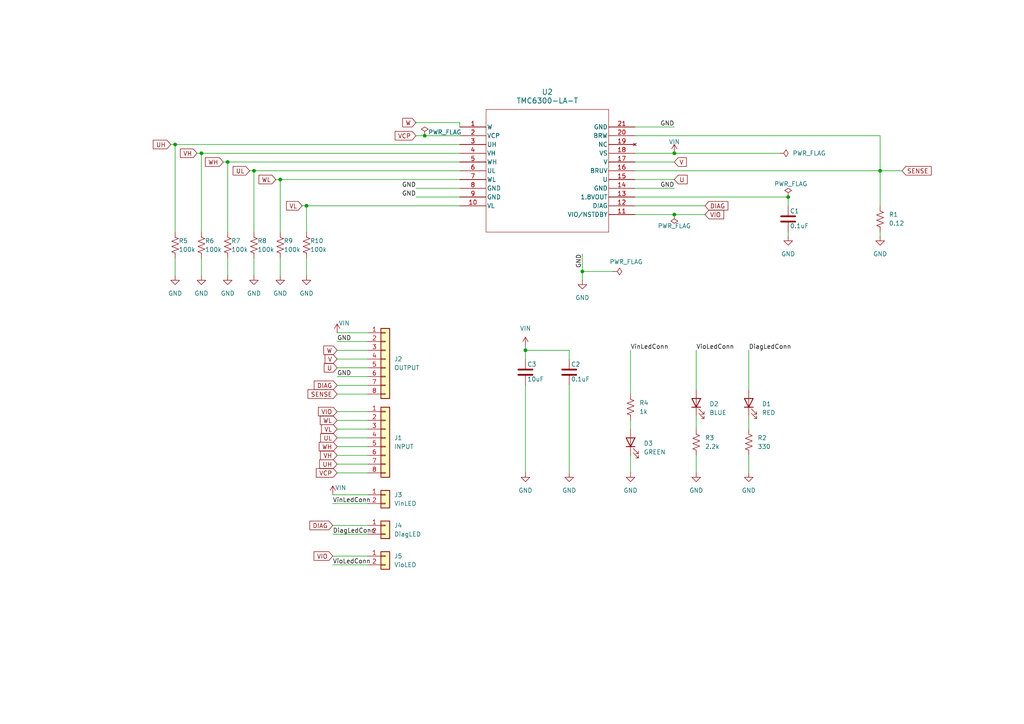
<source format=kicad_sch>
(kicad_sch
	(version 20231120)
	(generator "eeschema")
	(generator_version "8.0")
	(uuid "4ad0ed87-1939-4bb6-8a20-df16663c6489")
	(paper "A4")
	(lib_symbols
		(symbol "Connector_Generic:Conn_01x02"
			(pin_names
				(offset 1.016) hide)
			(exclude_from_sim no)
			(in_bom yes)
			(on_board yes)
			(property "Reference" "J"
				(at 0 2.54 0)
				(effects
					(font
						(size 1.27 1.27)
					)
				)
			)
			(property "Value" "Conn_01x02"
				(at 0 -5.08 0)
				(effects
					(font
						(size 1.27 1.27)
					)
				)
			)
			(property "Footprint" ""
				(at 0 0 0)
				(effects
					(font
						(size 1.27 1.27)
					)
					(hide yes)
				)
			)
			(property "Datasheet" "~"
				(at 0 0 0)
				(effects
					(font
						(size 1.27 1.27)
					)
					(hide yes)
				)
			)
			(property "Description" "Generic connector, single row, 01x02, script generated (kicad-library-utils/schlib/autogen/connector/)"
				(at 0 0 0)
				(effects
					(font
						(size 1.27 1.27)
					)
					(hide yes)
				)
			)
			(property "ki_keywords" "connector"
				(at 0 0 0)
				(effects
					(font
						(size 1.27 1.27)
					)
					(hide yes)
				)
			)
			(property "ki_fp_filters" "Connector*:*_1x??_*"
				(at 0 0 0)
				(effects
					(font
						(size 1.27 1.27)
					)
					(hide yes)
				)
			)
			(symbol "Conn_01x02_1_1"
				(rectangle
					(start -1.27 -2.413)
					(end 0 -2.667)
					(stroke
						(width 0.1524)
						(type default)
					)
					(fill
						(type none)
					)
				)
				(rectangle
					(start -1.27 0.127)
					(end 0 -0.127)
					(stroke
						(width 0.1524)
						(type default)
					)
					(fill
						(type none)
					)
				)
				(rectangle
					(start -1.27 1.27)
					(end 1.27 -3.81)
					(stroke
						(width 0.254)
						(type default)
					)
					(fill
						(type background)
					)
				)
				(pin passive line
					(at -5.08 0 0)
					(length 3.81)
					(name "Pin_1"
						(effects
							(font
								(size 1.27 1.27)
							)
						)
					)
					(number "1"
						(effects
							(font
								(size 1.27 1.27)
							)
						)
					)
				)
				(pin passive line
					(at -5.08 -2.54 0)
					(length 3.81)
					(name "Pin_2"
						(effects
							(font
								(size 1.27 1.27)
							)
						)
					)
					(number "2"
						(effects
							(font
								(size 1.27 1.27)
							)
						)
					)
				)
			)
		)
		(symbol "Connector_Generic:Conn_01x08"
			(pin_names
				(offset 1.016) hide)
			(exclude_from_sim no)
			(in_bom yes)
			(on_board yes)
			(property "Reference" "J"
				(at 0 10.16 0)
				(effects
					(font
						(size 1.27 1.27)
					)
				)
			)
			(property "Value" "Conn_01x08"
				(at 0 -12.7 0)
				(effects
					(font
						(size 1.27 1.27)
					)
				)
			)
			(property "Footprint" ""
				(at 0 0 0)
				(effects
					(font
						(size 1.27 1.27)
					)
					(hide yes)
				)
			)
			(property "Datasheet" "~"
				(at 0 0 0)
				(effects
					(font
						(size 1.27 1.27)
					)
					(hide yes)
				)
			)
			(property "Description" "Generic connector, single row, 01x08, script generated (kicad-library-utils/schlib/autogen/connector/)"
				(at 0 0 0)
				(effects
					(font
						(size 1.27 1.27)
					)
					(hide yes)
				)
			)
			(property "ki_keywords" "connector"
				(at 0 0 0)
				(effects
					(font
						(size 1.27 1.27)
					)
					(hide yes)
				)
			)
			(property "ki_fp_filters" "Connector*:*_1x??_*"
				(at 0 0 0)
				(effects
					(font
						(size 1.27 1.27)
					)
					(hide yes)
				)
			)
			(symbol "Conn_01x08_1_1"
				(rectangle
					(start -1.27 -10.033)
					(end 0 -10.287)
					(stroke
						(width 0.1524)
						(type default)
					)
					(fill
						(type none)
					)
				)
				(rectangle
					(start -1.27 -7.493)
					(end 0 -7.747)
					(stroke
						(width 0.1524)
						(type default)
					)
					(fill
						(type none)
					)
				)
				(rectangle
					(start -1.27 -4.953)
					(end 0 -5.207)
					(stroke
						(width 0.1524)
						(type default)
					)
					(fill
						(type none)
					)
				)
				(rectangle
					(start -1.27 -2.413)
					(end 0 -2.667)
					(stroke
						(width 0.1524)
						(type default)
					)
					(fill
						(type none)
					)
				)
				(rectangle
					(start -1.27 0.127)
					(end 0 -0.127)
					(stroke
						(width 0.1524)
						(type default)
					)
					(fill
						(type none)
					)
				)
				(rectangle
					(start -1.27 2.667)
					(end 0 2.413)
					(stroke
						(width 0.1524)
						(type default)
					)
					(fill
						(type none)
					)
				)
				(rectangle
					(start -1.27 5.207)
					(end 0 4.953)
					(stroke
						(width 0.1524)
						(type default)
					)
					(fill
						(type none)
					)
				)
				(rectangle
					(start -1.27 7.747)
					(end 0 7.493)
					(stroke
						(width 0.1524)
						(type default)
					)
					(fill
						(type none)
					)
				)
				(rectangle
					(start -1.27 8.89)
					(end 1.27 -11.43)
					(stroke
						(width 0.254)
						(type default)
					)
					(fill
						(type background)
					)
				)
				(pin passive line
					(at -5.08 7.62 0)
					(length 3.81)
					(name "Pin_1"
						(effects
							(font
								(size 1.27 1.27)
							)
						)
					)
					(number "1"
						(effects
							(font
								(size 1.27 1.27)
							)
						)
					)
				)
				(pin passive line
					(at -5.08 5.08 0)
					(length 3.81)
					(name "Pin_2"
						(effects
							(font
								(size 1.27 1.27)
							)
						)
					)
					(number "2"
						(effects
							(font
								(size 1.27 1.27)
							)
						)
					)
				)
				(pin passive line
					(at -5.08 2.54 0)
					(length 3.81)
					(name "Pin_3"
						(effects
							(font
								(size 1.27 1.27)
							)
						)
					)
					(number "3"
						(effects
							(font
								(size 1.27 1.27)
							)
						)
					)
				)
				(pin passive line
					(at -5.08 0 0)
					(length 3.81)
					(name "Pin_4"
						(effects
							(font
								(size 1.27 1.27)
							)
						)
					)
					(number "4"
						(effects
							(font
								(size 1.27 1.27)
							)
						)
					)
				)
				(pin passive line
					(at -5.08 -2.54 0)
					(length 3.81)
					(name "Pin_5"
						(effects
							(font
								(size 1.27 1.27)
							)
						)
					)
					(number "5"
						(effects
							(font
								(size 1.27 1.27)
							)
						)
					)
				)
				(pin passive line
					(at -5.08 -5.08 0)
					(length 3.81)
					(name "Pin_6"
						(effects
							(font
								(size 1.27 1.27)
							)
						)
					)
					(number "6"
						(effects
							(font
								(size 1.27 1.27)
							)
						)
					)
				)
				(pin passive line
					(at -5.08 -7.62 0)
					(length 3.81)
					(name "Pin_7"
						(effects
							(font
								(size 1.27 1.27)
							)
						)
					)
					(number "7"
						(effects
							(font
								(size 1.27 1.27)
							)
						)
					)
				)
				(pin passive line
					(at -5.08 -10.16 0)
					(length 3.81)
					(name "Pin_8"
						(effects
							(font
								(size 1.27 1.27)
							)
						)
					)
					(number "8"
						(effects
							(font
								(size 1.27 1.27)
							)
						)
					)
				)
			)
		)
		(symbol "Device:C"
			(pin_numbers hide)
			(pin_names
				(offset 0.254)
			)
			(exclude_from_sim no)
			(in_bom yes)
			(on_board yes)
			(property "Reference" "C"
				(at 0.635 2.54 0)
				(effects
					(font
						(size 1.27 1.27)
					)
					(justify left)
				)
			)
			(property "Value" "C"
				(at 0.635 -2.54 0)
				(effects
					(font
						(size 1.27 1.27)
					)
					(justify left)
				)
			)
			(property "Footprint" ""
				(at 0.9652 -3.81 0)
				(effects
					(font
						(size 1.27 1.27)
					)
					(hide yes)
				)
			)
			(property "Datasheet" "~"
				(at 0 0 0)
				(effects
					(font
						(size 1.27 1.27)
					)
					(hide yes)
				)
			)
			(property "Description" "Unpolarized capacitor"
				(at 0 0 0)
				(effects
					(font
						(size 1.27 1.27)
					)
					(hide yes)
				)
			)
			(property "ki_keywords" "cap capacitor"
				(at 0 0 0)
				(effects
					(font
						(size 1.27 1.27)
					)
					(hide yes)
				)
			)
			(property "ki_fp_filters" "C_*"
				(at 0 0 0)
				(effects
					(font
						(size 1.27 1.27)
					)
					(hide yes)
				)
			)
			(symbol "C_0_1"
				(polyline
					(pts
						(xy -2.032 -0.762) (xy 2.032 -0.762)
					)
					(stroke
						(width 0.508)
						(type default)
					)
					(fill
						(type none)
					)
				)
				(polyline
					(pts
						(xy -2.032 0.762) (xy 2.032 0.762)
					)
					(stroke
						(width 0.508)
						(type default)
					)
					(fill
						(type none)
					)
				)
			)
			(symbol "C_1_1"
				(pin passive line
					(at 0 3.81 270)
					(length 2.794)
					(name "~"
						(effects
							(font
								(size 1.27 1.27)
							)
						)
					)
					(number "1"
						(effects
							(font
								(size 1.27 1.27)
							)
						)
					)
				)
				(pin passive line
					(at 0 -3.81 90)
					(length 2.794)
					(name "~"
						(effects
							(font
								(size 1.27 1.27)
							)
						)
					)
					(number "2"
						(effects
							(font
								(size 1.27 1.27)
							)
						)
					)
				)
			)
		)
		(symbol "Device:LED"
			(pin_numbers hide)
			(pin_names
				(offset 1.016) hide)
			(exclude_from_sim no)
			(in_bom yes)
			(on_board yes)
			(property "Reference" "D"
				(at 0 2.54 0)
				(effects
					(font
						(size 1.27 1.27)
					)
				)
			)
			(property "Value" "LED"
				(at 0 -2.54 0)
				(effects
					(font
						(size 1.27 1.27)
					)
				)
			)
			(property "Footprint" ""
				(at 0 0 0)
				(effects
					(font
						(size 1.27 1.27)
					)
					(hide yes)
				)
			)
			(property "Datasheet" "~"
				(at 0 0 0)
				(effects
					(font
						(size 1.27 1.27)
					)
					(hide yes)
				)
			)
			(property "Description" "Light emitting diode"
				(at 0 0 0)
				(effects
					(font
						(size 1.27 1.27)
					)
					(hide yes)
				)
			)
			(property "ki_keywords" "LED diode"
				(at 0 0 0)
				(effects
					(font
						(size 1.27 1.27)
					)
					(hide yes)
				)
			)
			(property "ki_fp_filters" "LED* LED_SMD:* LED_THT:*"
				(at 0 0 0)
				(effects
					(font
						(size 1.27 1.27)
					)
					(hide yes)
				)
			)
			(symbol "LED_0_1"
				(polyline
					(pts
						(xy -1.27 -1.27) (xy -1.27 1.27)
					)
					(stroke
						(width 0.254)
						(type default)
					)
					(fill
						(type none)
					)
				)
				(polyline
					(pts
						(xy -1.27 0) (xy 1.27 0)
					)
					(stroke
						(width 0)
						(type default)
					)
					(fill
						(type none)
					)
				)
				(polyline
					(pts
						(xy 1.27 -1.27) (xy 1.27 1.27) (xy -1.27 0) (xy 1.27 -1.27)
					)
					(stroke
						(width 0.254)
						(type default)
					)
					(fill
						(type none)
					)
				)
				(polyline
					(pts
						(xy -3.048 -0.762) (xy -4.572 -2.286) (xy -3.81 -2.286) (xy -4.572 -2.286) (xy -4.572 -1.524)
					)
					(stroke
						(width 0)
						(type default)
					)
					(fill
						(type none)
					)
				)
				(polyline
					(pts
						(xy -1.778 -0.762) (xy -3.302 -2.286) (xy -2.54 -2.286) (xy -3.302 -2.286) (xy -3.302 -1.524)
					)
					(stroke
						(width 0)
						(type default)
					)
					(fill
						(type none)
					)
				)
			)
			(symbol "LED_1_1"
				(pin passive line
					(at -3.81 0 0)
					(length 2.54)
					(name "K"
						(effects
							(font
								(size 1.27 1.27)
							)
						)
					)
					(number "1"
						(effects
							(font
								(size 1.27 1.27)
							)
						)
					)
				)
				(pin passive line
					(at 3.81 0 180)
					(length 2.54)
					(name "A"
						(effects
							(font
								(size 1.27 1.27)
							)
						)
					)
					(number "2"
						(effects
							(font
								(size 1.27 1.27)
							)
						)
					)
				)
			)
		)
		(symbol "Device:R_US"
			(pin_numbers hide)
			(pin_names
				(offset 0)
			)
			(exclude_from_sim no)
			(in_bom yes)
			(on_board yes)
			(property "Reference" "R"
				(at 2.54 0 90)
				(effects
					(font
						(size 1.27 1.27)
					)
				)
			)
			(property "Value" "R_US"
				(at -2.54 0 90)
				(effects
					(font
						(size 1.27 1.27)
					)
				)
			)
			(property "Footprint" ""
				(at 1.016 -0.254 90)
				(effects
					(font
						(size 1.27 1.27)
					)
					(hide yes)
				)
			)
			(property "Datasheet" "~"
				(at 0 0 0)
				(effects
					(font
						(size 1.27 1.27)
					)
					(hide yes)
				)
			)
			(property "Description" "Resistor, US symbol"
				(at 0 0 0)
				(effects
					(font
						(size 1.27 1.27)
					)
					(hide yes)
				)
			)
			(property "ki_keywords" "R res resistor"
				(at 0 0 0)
				(effects
					(font
						(size 1.27 1.27)
					)
					(hide yes)
				)
			)
			(property "ki_fp_filters" "R_*"
				(at 0 0 0)
				(effects
					(font
						(size 1.27 1.27)
					)
					(hide yes)
				)
			)
			(symbol "R_US_0_1"
				(polyline
					(pts
						(xy 0 -2.286) (xy 0 -2.54)
					)
					(stroke
						(width 0)
						(type default)
					)
					(fill
						(type none)
					)
				)
				(polyline
					(pts
						(xy 0 2.286) (xy 0 2.54)
					)
					(stroke
						(width 0)
						(type default)
					)
					(fill
						(type none)
					)
				)
				(polyline
					(pts
						(xy 0 -0.762) (xy 1.016 -1.143) (xy 0 -1.524) (xy -1.016 -1.905) (xy 0 -2.286)
					)
					(stroke
						(width 0)
						(type default)
					)
					(fill
						(type none)
					)
				)
				(polyline
					(pts
						(xy 0 0.762) (xy 1.016 0.381) (xy 0 0) (xy -1.016 -0.381) (xy 0 -0.762)
					)
					(stroke
						(width 0)
						(type default)
					)
					(fill
						(type none)
					)
				)
				(polyline
					(pts
						(xy 0 2.286) (xy 1.016 1.905) (xy 0 1.524) (xy -1.016 1.143) (xy 0 0.762)
					)
					(stroke
						(width 0)
						(type default)
					)
					(fill
						(type none)
					)
				)
			)
			(symbol "R_US_1_1"
				(pin passive line
					(at 0 3.81 270)
					(length 1.27)
					(name "~"
						(effects
							(font
								(size 1.27 1.27)
							)
						)
					)
					(number "1"
						(effects
							(font
								(size 1.27 1.27)
							)
						)
					)
				)
				(pin passive line
					(at 0 -3.81 90)
					(length 1.27)
					(name "~"
						(effects
							(font
								(size 1.27 1.27)
							)
						)
					)
					(number "2"
						(effects
							(font
								(size 1.27 1.27)
							)
						)
					)
				)
			)
		)
		(symbol "TMC6300-LA-T:TMC6300-LA-T"
			(pin_names
				(offset 0.254)
			)
			(exclude_from_sim no)
			(in_bom yes)
			(on_board yes)
			(property "Reference" "U"
				(at 25.4 10.16 0)
				(effects
					(font
						(size 1.524 1.524)
					)
				)
			)
			(property "Value" "TMC6300-LA-T"
				(at 25.4 7.62 0)
				(effects
					(font
						(size 1.524 1.524)
					)
				)
			)
			(property "Footprint" "21-100586_K2033+1C_ADI"
				(at 0 0 0)
				(effects
					(font
						(size 1.27 1.27)
						(italic yes)
					)
					(hide yes)
				)
			)
			(property "Datasheet" "TMC6300-LA-T"
				(at 0 0 0)
				(effects
					(font
						(size 1.27 1.27)
						(italic yes)
					)
					(hide yes)
				)
			)
			(property "Description" ""
				(at 0 0 0)
				(effects
					(font
						(size 1.27 1.27)
					)
					(hide yes)
				)
			)
			(property "ki_locked" ""
				(at 0 0 0)
				(effects
					(font
						(size 1.27 1.27)
					)
				)
			)
			(property "ki_keywords" "TMC6300-LA-T"
				(at 0 0 0)
				(effects
					(font
						(size 1.27 1.27)
					)
					(hide yes)
				)
			)
			(property "ki_fp_filters" "21-100586_K2033+1C_ADI 21-100586_K2033+1C_ADI-M 21-100586_K2033+1C_ADI-L"
				(at 0 0 0)
				(effects
					(font
						(size 1.27 1.27)
					)
					(hide yes)
				)
			)
			(symbol "TMC6300-LA-T_1_1"
				(polyline
					(pts
						(xy 7.62 -30.48) (xy 43.18 -30.48)
					)
					(stroke
						(width 0.127)
						(type default)
					)
					(fill
						(type none)
					)
				)
				(polyline
					(pts
						(xy 7.62 5.08) (xy 7.62 -30.48)
					)
					(stroke
						(width 0.127)
						(type default)
					)
					(fill
						(type none)
					)
				)
				(polyline
					(pts
						(xy 43.18 -30.48) (xy 43.18 5.08)
					)
					(stroke
						(width 0.127)
						(type default)
					)
					(fill
						(type none)
					)
				)
				(polyline
					(pts
						(xy 43.18 5.08) (xy 7.62 5.08)
					)
					(stroke
						(width 0.127)
						(type default)
					)
					(fill
						(type none)
					)
				)
				(pin output line
					(at 0 0 0)
					(length 7.62)
					(name "W"
						(effects
							(font
								(size 1.27 1.27)
							)
						)
					)
					(number "1"
						(effects
							(font
								(size 1.27 1.27)
							)
						)
					)
				)
				(pin input line
					(at 0 -22.86 0)
					(length 7.62)
					(name "VL"
						(effects
							(font
								(size 1.27 1.27)
							)
						)
					)
					(number "10"
						(effects
							(font
								(size 1.27 1.27)
							)
						)
					)
				)
				(pin power_in line
					(at 50.8 -25.4 180)
					(length 7.62)
					(name "VIO/NSTDBY"
						(effects
							(font
								(size 1.27 1.27)
							)
						)
					)
					(number "11"
						(effects
							(font
								(size 1.27 1.27)
							)
						)
					)
				)
				(pin output line
					(at 50.8 -22.86 180)
					(length 7.62)
					(name "DIAG"
						(effects
							(font
								(size 1.27 1.27)
							)
						)
					)
					(number "12"
						(effects
							(font
								(size 1.27 1.27)
							)
						)
					)
				)
				(pin power_in line
					(at 50.8 -20.32 180)
					(length 7.62)
					(name "1.8VOUT"
						(effects
							(font
								(size 1.27 1.27)
							)
						)
					)
					(number "13"
						(effects
							(font
								(size 1.27 1.27)
							)
						)
					)
				)
				(pin bidirectional line
					(at 50.8 -17.78 180)
					(length 7.62)
					(name "GND"
						(effects
							(font
								(size 1.27 1.27)
							)
						)
					)
					(number "14"
						(effects
							(font
								(size 1.27 1.27)
							)
						)
					)
				)
				(pin output line
					(at 50.8 -15.24 180)
					(length 7.62)
					(name "U"
						(effects
							(font
								(size 1.27 1.27)
							)
						)
					)
					(number "15"
						(effects
							(font
								(size 1.27 1.27)
							)
						)
					)
				)
				(pin unspecified line
					(at 50.8 -12.7 180)
					(length 7.62)
					(name "BRUV"
						(effects
							(font
								(size 1.27 1.27)
							)
						)
					)
					(number "16"
						(effects
							(font
								(size 1.27 1.27)
							)
						)
					)
				)
				(pin output line
					(at 50.8 -10.16 180)
					(length 7.62)
					(name "V"
						(effects
							(font
								(size 1.27 1.27)
							)
						)
					)
					(number "17"
						(effects
							(font
								(size 1.27 1.27)
							)
						)
					)
				)
				(pin power_in line
					(at 50.8 -7.62 180)
					(length 7.62)
					(name "VS"
						(effects
							(font
								(size 1.27 1.27)
							)
						)
					)
					(number "18"
						(effects
							(font
								(size 1.27 1.27)
							)
						)
					)
				)
				(pin no_connect line
					(at 50.8 -5.08 180)
					(length 7.62)
					(name "NC"
						(effects
							(font
								(size 1.27 1.27)
							)
						)
					)
					(number "19"
						(effects
							(font
								(size 1.27 1.27)
							)
						)
					)
				)
				(pin power_in line
					(at 0 -2.54 0)
					(length 7.62)
					(name "VCP"
						(effects
							(font
								(size 1.27 1.27)
							)
						)
					)
					(number "2"
						(effects
							(font
								(size 1.27 1.27)
							)
						)
					)
				)
				(pin unspecified line
					(at 50.8 -2.54 180)
					(length 7.62)
					(name "BRW"
						(effects
							(font
								(size 1.27 1.27)
							)
						)
					)
					(number "20"
						(effects
							(font
								(size 1.27 1.27)
							)
						)
					)
				)
				(pin bidirectional line
					(at 50.8 0 180)
					(length 7.62)
					(name "GND"
						(effects
							(font
								(size 1.27 1.27)
							)
						)
					)
					(number "21"
						(effects
							(font
								(size 1.27 1.27)
							)
						)
					)
				)
				(pin input line
					(at 0 -5.08 0)
					(length 7.62)
					(name "UH"
						(effects
							(font
								(size 1.27 1.27)
							)
						)
					)
					(number "3"
						(effects
							(font
								(size 1.27 1.27)
							)
						)
					)
				)
				(pin input line
					(at 0 -7.62 0)
					(length 7.62)
					(name "VH"
						(effects
							(font
								(size 1.27 1.27)
							)
						)
					)
					(number "4"
						(effects
							(font
								(size 1.27 1.27)
							)
						)
					)
				)
				(pin input line
					(at 0 -10.16 0)
					(length 7.62)
					(name "WH"
						(effects
							(font
								(size 1.27 1.27)
							)
						)
					)
					(number "5"
						(effects
							(font
								(size 1.27 1.27)
							)
						)
					)
				)
				(pin input line
					(at 0 -12.7 0)
					(length 7.62)
					(name "UL"
						(effects
							(font
								(size 1.27 1.27)
							)
						)
					)
					(number "6"
						(effects
							(font
								(size 1.27 1.27)
							)
						)
					)
				)
				(pin input line
					(at 0 -15.24 0)
					(length 7.62)
					(name "WL"
						(effects
							(font
								(size 1.27 1.27)
							)
						)
					)
					(number "7"
						(effects
							(font
								(size 1.27 1.27)
							)
						)
					)
				)
				(pin bidirectional line
					(at 0 -17.78 0)
					(length 7.62)
					(name "GND"
						(effects
							(font
								(size 1.27 1.27)
							)
						)
					)
					(number "8"
						(effects
							(font
								(size 1.27 1.27)
							)
						)
					)
				)
				(pin bidirectional line
					(at 0 -20.32 0)
					(length 7.62)
					(name "GND"
						(effects
							(font
								(size 1.27 1.27)
							)
						)
					)
					(number "9"
						(effects
							(font
								(size 1.27 1.27)
							)
						)
					)
				)
			)
		)
		(symbol "power:GND"
			(power)
			(pin_numbers hide)
			(pin_names
				(offset 0) hide)
			(exclude_from_sim no)
			(in_bom yes)
			(on_board yes)
			(property "Reference" "#PWR"
				(at 0 -6.35 0)
				(effects
					(font
						(size 1.27 1.27)
					)
					(hide yes)
				)
			)
			(property "Value" "GND"
				(at 0 -3.81 0)
				(effects
					(font
						(size 1.27 1.27)
					)
				)
			)
			(property "Footprint" ""
				(at 0 0 0)
				(effects
					(font
						(size 1.27 1.27)
					)
					(hide yes)
				)
			)
			(property "Datasheet" ""
				(at 0 0 0)
				(effects
					(font
						(size 1.27 1.27)
					)
					(hide yes)
				)
			)
			(property "Description" "Power symbol creates a global label with name \"GND\" , ground"
				(at 0 0 0)
				(effects
					(font
						(size 1.27 1.27)
					)
					(hide yes)
				)
			)
			(property "ki_keywords" "global power"
				(at 0 0 0)
				(effects
					(font
						(size 1.27 1.27)
					)
					(hide yes)
				)
			)
			(symbol "GND_0_1"
				(polyline
					(pts
						(xy 0 0) (xy 0 -1.27) (xy 1.27 -1.27) (xy 0 -2.54) (xy -1.27 -1.27) (xy 0 -1.27)
					)
					(stroke
						(width 0)
						(type default)
					)
					(fill
						(type none)
					)
				)
			)
			(symbol "GND_1_1"
				(pin power_in line
					(at 0 0 270)
					(length 0)
					(name "~"
						(effects
							(font
								(size 1.27 1.27)
							)
						)
					)
					(number "1"
						(effects
							(font
								(size 1.27 1.27)
							)
						)
					)
				)
			)
		)
		(symbol "power:PWR_FLAG"
			(power)
			(pin_numbers hide)
			(pin_names
				(offset 0) hide)
			(exclude_from_sim no)
			(in_bom yes)
			(on_board yes)
			(property "Reference" "#FLG"
				(at 0 1.905 0)
				(effects
					(font
						(size 1.27 1.27)
					)
					(hide yes)
				)
			)
			(property "Value" "PWR_FLAG"
				(at 0 3.81 0)
				(effects
					(font
						(size 1.27 1.27)
					)
				)
			)
			(property "Footprint" ""
				(at 0 0 0)
				(effects
					(font
						(size 1.27 1.27)
					)
					(hide yes)
				)
			)
			(property "Datasheet" "~"
				(at 0 0 0)
				(effects
					(font
						(size 1.27 1.27)
					)
					(hide yes)
				)
			)
			(property "Description" "Special symbol for telling ERC where power comes from"
				(at 0 0 0)
				(effects
					(font
						(size 1.27 1.27)
					)
					(hide yes)
				)
			)
			(property "ki_keywords" "flag power"
				(at 0 0 0)
				(effects
					(font
						(size 1.27 1.27)
					)
					(hide yes)
				)
			)
			(symbol "PWR_FLAG_0_0"
				(pin power_out line
					(at 0 0 90)
					(length 0)
					(name "~"
						(effects
							(font
								(size 1.27 1.27)
							)
						)
					)
					(number "1"
						(effects
							(font
								(size 1.27 1.27)
							)
						)
					)
				)
			)
			(symbol "PWR_FLAG_0_1"
				(polyline
					(pts
						(xy 0 0) (xy 0 1.27) (xy -1.016 1.905) (xy 0 2.54) (xy 1.016 1.905) (xy 0 1.27)
					)
					(stroke
						(width 0)
						(type default)
					)
					(fill
						(type none)
					)
				)
			)
		)
		(symbol "power:VCC"
			(power)
			(pin_numbers hide)
			(pin_names
				(offset 0) hide)
			(exclude_from_sim no)
			(in_bom yes)
			(on_board yes)
			(property "Reference" "#PWR"
				(at 0 -3.81 0)
				(effects
					(font
						(size 1.27 1.27)
					)
					(hide yes)
				)
			)
			(property "Value" "VCC"
				(at 0 3.556 0)
				(effects
					(font
						(size 1.27 1.27)
					)
				)
			)
			(property "Footprint" ""
				(at 0 0 0)
				(effects
					(font
						(size 1.27 1.27)
					)
					(hide yes)
				)
			)
			(property "Datasheet" ""
				(at 0 0 0)
				(effects
					(font
						(size 1.27 1.27)
					)
					(hide yes)
				)
			)
			(property "Description" "Power symbol creates a global label with name \"VCC\""
				(at 0 0 0)
				(effects
					(font
						(size 1.27 1.27)
					)
					(hide yes)
				)
			)
			(property "ki_keywords" "global power"
				(at 0 0 0)
				(effects
					(font
						(size 1.27 1.27)
					)
					(hide yes)
				)
			)
			(symbol "VCC_0_1"
				(polyline
					(pts
						(xy -0.762 1.27) (xy 0 2.54)
					)
					(stroke
						(width 0)
						(type default)
					)
					(fill
						(type none)
					)
				)
				(polyline
					(pts
						(xy 0 0) (xy 0 2.54)
					)
					(stroke
						(width 0)
						(type default)
					)
					(fill
						(type none)
					)
				)
				(polyline
					(pts
						(xy 0 2.54) (xy 0.762 1.27)
					)
					(stroke
						(width 0)
						(type default)
					)
					(fill
						(type none)
					)
				)
			)
			(symbol "VCC_1_1"
				(pin power_in line
					(at 0 0 90)
					(length 0)
					(name "~"
						(effects
							(font
								(size 1.27 1.27)
							)
						)
					)
					(number "1"
						(effects
							(font
								(size 1.27 1.27)
							)
						)
					)
				)
			)
		)
	)
	(junction
		(at 88.9 59.69)
		(diameter 0)
		(color 0 0 0 0)
		(uuid "109d4eaf-23b8-403f-8021-ed4412c8126a")
	)
	(junction
		(at 195.58 44.45)
		(diameter 0)
		(color 0 0 0 0)
		(uuid "20896baa-13cd-4553-9926-7b2381b61c8a")
	)
	(junction
		(at 123.19 39.37)
		(diameter 0)
		(color 0 0 0 0)
		(uuid "255dac45-ee84-4157-a5f7-985df13f1820")
	)
	(junction
		(at 168.91 78.74)
		(diameter 0)
		(color 0 0 0 0)
		(uuid "30e18ff3-3c29-426a-ad74-96633a133dc0")
	)
	(junction
		(at 228.6 57.15)
		(diameter 0)
		(color 0 0 0 0)
		(uuid "40725ff5-9b82-485d-a768-1d0e2c4daf7c")
	)
	(junction
		(at 50.8 41.91)
		(diameter 0)
		(color 0 0 0 0)
		(uuid "4236ffde-a02e-46a5-808e-4a64943b7e26")
	)
	(junction
		(at 81.28 52.07)
		(diameter 0)
		(color 0 0 0 0)
		(uuid "6617c7b9-6f8f-4390-be95-5d2826fa04ea")
	)
	(junction
		(at 73.66 49.53)
		(diameter 0)
		(color 0 0 0 0)
		(uuid "79d0cda4-55f6-4049-a128-e6acd0096036")
	)
	(junction
		(at 58.42 44.45)
		(diameter 0)
		(color 0 0 0 0)
		(uuid "82b6d0ed-6333-4201-ab08-516efa4bfcb8")
	)
	(junction
		(at 195.58 62.23)
		(diameter 0)
		(color 0 0 0 0)
		(uuid "858d866b-a8ad-4949-ac41-00e2f565080c")
	)
	(junction
		(at 66.04 46.99)
		(diameter 0)
		(color 0 0 0 0)
		(uuid "9f15d383-589d-4952-ad29-43904b677dcc")
	)
	(junction
		(at 152.4 101.6)
		(diameter 0)
		(color 0 0 0 0)
		(uuid "c8d38855-bcd6-494d-8614-a6e1c3697ce9")
	)
	(junction
		(at 255.27 49.53)
		(diameter 0)
		(color 0 0 0 0)
		(uuid "ded708ea-176f-4e22-9208-436b35c2017b")
	)
	(wire
		(pts
			(xy 184.15 52.07) (xy 195.58 52.07)
		)
		(stroke
			(width 0)
			(type default)
		)
		(uuid "00fb815c-1d4e-4ba9-837b-d33a45076fc7")
	)
	(wire
		(pts
			(xy 182.88 121.92) (xy 182.88 124.46)
		)
		(stroke
			(width 0)
			(type default)
		)
		(uuid "01900dfd-ef47-4d45-ae44-5fb2e7b7e1ab")
	)
	(wire
		(pts
			(xy 217.17 120.65) (xy 217.17 124.46)
		)
		(stroke
			(width 0)
			(type default)
		)
		(uuid "05026069-a1c3-45d5-acce-8824ddb5d6e9")
	)
	(wire
		(pts
			(xy 168.91 73.66) (xy 168.91 78.74)
		)
		(stroke
			(width 0)
			(type default)
		)
		(uuid "06b47b22-6c6a-4674-99cb-f997f7ab13f3")
	)
	(wire
		(pts
			(xy 88.9 74.93) (xy 88.9 80.01)
		)
		(stroke
			(width 0)
			(type default)
		)
		(uuid "07afbb04-f4bc-4b62-bbbe-acc8581234f9")
	)
	(wire
		(pts
			(xy 66.04 74.93) (xy 66.04 80.01)
		)
		(stroke
			(width 0)
			(type default)
		)
		(uuid "13dc1b14-a2f6-45ac-9d0b-7fc67a33d7a9")
	)
	(wire
		(pts
			(xy 123.19 39.37) (xy 133.35 39.37)
		)
		(stroke
			(width 0)
			(type default)
		)
		(uuid "13f79526-fc3e-4256-a5bc-c76c70b985c0")
	)
	(wire
		(pts
			(xy 228.6 68.58) (xy 228.6 67.31)
		)
		(stroke
			(width 0)
			(type default)
		)
		(uuid "1595c050-dd0e-4a7b-8f90-643d401aad5d")
	)
	(wire
		(pts
			(xy 133.35 35.56) (xy 133.35 36.83)
		)
		(stroke
			(width 0)
			(type default)
		)
		(uuid "173e201d-8d9a-4d7f-9bff-a382a5d8357a")
	)
	(wire
		(pts
			(xy 73.66 49.53) (xy 73.66 67.31)
		)
		(stroke
			(width 0)
			(type default)
		)
		(uuid "17ebcb1c-d8c7-4f2c-a20a-0390b307b12b")
	)
	(wire
		(pts
			(xy 58.42 44.45) (xy 58.42 67.31)
		)
		(stroke
			(width 0)
			(type default)
		)
		(uuid "21b300f0-7109-4699-8e97-b147b3ecff76")
	)
	(wire
		(pts
			(xy 96.52 146.05) (xy 106.68 146.05)
		)
		(stroke
			(width 0)
			(type default)
		)
		(uuid "262fcbef-19d1-4d33-8023-4758c852f1e3")
	)
	(wire
		(pts
			(xy 97.79 127) (xy 106.68 127)
		)
		(stroke
			(width 0)
			(type default)
		)
		(uuid "2ada4f43-db5b-4ab9-8542-fa63b2e97e43")
	)
	(wire
		(pts
			(xy 50.8 41.91) (xy 133.35 41.91)
		)
		(stroke
			(width 0)
			(type default)
		)
		(uuid "2e8af0f9-7adc-4010-a147-11b7eef0986e")
	)
	(wire
		(pts
			(xy 120.65 35.56) (xy 133.35 35.56)
		)
		(stroke
			(width 0)
			(type default)
		)
		(uuid "2ede9e8e-1d94-4c54-96b5-f15498d8c12a")
	)
	(wire
		(pts
			(xy 97.79 121.92) (xy 106.68 121.92)
		)
		(stroke
			(width 0)
			(type default)
		)
		(uuid "305c0d74-6eae-4af7-a337-a9850f466f32")
	)
	(wire
		(pts
			(xy 168.91 78.74) (xy 168.91 81.28)
		)
		(stroke
			(width 0)
			(type default)
		)
		(uuid "32845263-d2b2-4a0b-ae55-f72ef64701e9")
	)
	(wire
		(pts
			(xy 72.39 49.53) (xy 73.66 49.53)
		)
		(stroke
			(width 0)
			(type default)
		)
		(uuid "375baddf-6064-49b8-9a5a-4bc70eff764b")
	)
	(wire
		(pts
			(xy 182.88 101.6) (xy 182.88 114.3)
		)
		(stroke
			(width 0)
			(type default)
		)
		(uuid "3d528371-59ae-4ffe-b6b8-deda05ef5e6e")
	)
	(wire
		(pts
			(xy 80.01 52.07) (xy 81.28 52.07)
		)
		(stroke
			(width 0)
			(type default)
		)
		(uuid "40f932a1-aadc-4695-a37d-b4ad22ae44ab")
	)
	(wire
		(pts
			(xy 58.42 44.45) (xy 133.35 44.45)
		)
		(stroke
			(width 0)
			(type default)
		)
		(uuid "4317a74f-41b6-4c4d-b6ba-f8e4f2a25745")
	)
	(wire
		(pts
			(xy 73.66 49.53) (xy 133.35 49.53)
		)
		(stroke
			(width 0)
			(type default)
		)
		(uuid "439b61d8-371e-46e7-8e07-9509a89732ad")
	)
	(wire
		(pts
			(xy 184.15 57.15) (xy 228.6 57.15)
		)
		(stroke
			(width 0)
			(type default)
		)
		(uuid "4523a2c9-1f1e-459e-8397-bcf1d0ae6375")
	)
	(wire
		(pts
			(xy 49.53 41.91) (xy 50.8 41.91)
		)
		(stroke
			(width 0)
			(type default)
		)
		(uuid "4c8e0708-785d-4cbc-8957-1141013e9c2b")
	)
	(wire
		(pts
			(xy 177.8 78.74) (xy 168.91 78.74)
		)
		(stroke
			(width 0)
			(type default)
		)
		(uuid "4fa549b0-c4a1-4880-bb29-0e2002294c25")
	)
	(wire
		(pts
			(xy 184.15 39.37) (xy 255.27 39.37)
		)
		(stroke
			(width 0)
			(type default)
		)
		(uuid "5294f191-9d92-44f3-97ff-5d4922a74c22")
	)
	(wire
		(pts
			(xy 96.52 163.83) (xy 106.68 163.83)
		)
		(stroke
			(width 0)
			(type default)
		)
		(uuid "530ce74c-e779-4e53-8fc5-6920355fa802")
	)
	(wire
		(pts
			(xy 96.52 143.51) (xy 106.68 143.51)
		)
		(stroke
			(width 0)
			(type default)
		)
		(uuid "58e0f062-2049-4559-af06-85e95a0c62c2")
	)
	(wire
		(pts
			(xy 152.4 101.6) (xy 165.1 101.6)
		)
		(stroke
			(width 0)
			(type default)
		)
		(uuid "58ef6bc8-51e9-4ee4-8c70-93838637acc1")
	)
	(wire
		(pts
			(xy 97.79 111.76) (xy 106.68 111.76)
		)
		(stroke
			(width 0)
			(type default)
		)
		(uuid "599d28e9-ff61-4803-a8c3-90d66e52c2f6")
	)
	(wire
		(pts
			(xy 88.9 59.69) (xy 88.9 67.31)
		)
		(stroke
			(width 0)
			(type default)
		)
		(uuid "5ffc053d-9441-444e-b88f-dec287bbec96")
	)
	(wire
		(pts
			(xy 66.04 46.99) (xy 66.04 67.31)
		)
		(stroke
			(width 0)
			(type default)
		)
		(uuid "62b4ec44-d51c-4d3c-b0b3-c14d8b89140b")
	)
	(wire
		(pts
			(xy 66.04 46.99) (xy 133.35 46.99)
		)
		(stroke
			(width 0)
			(type default)
		)
		(uuid "65e429e5-15ee-4dad-be37-e34d357a7dd9")
	)
	(wire
		(pts
			(xy 81.28 52.07) (xy 81.28 67.31)
		)
		(stroke
			(width 0)
			(type default)
		)
		(uuid "66ba2a57-e001-4368-bb42-2f7982b24711")
	)
	(wire
		(pts
			(xy 195.58 36.83) (xy 184.15 36.83)
		)
		(stroke
			(width 0)
			(type default)
		)
		(uuid "67592363-b901-49a2-9d85-e58fa1ca6531")
	)
	(wire
		(pts
			(xy 97.79 137.16) (xy 106.68 137.16)
		)
		(stroke
			(width 0)
			(type default)
		)
		(uuid "6e10d010-6a60-44b2-bbe6-52994d1c0c16")
	)
	(wire
		(pts
			(xy 97.79 134.62) (xy 106.68 134.62)
		)
		(stroke
			(width 0)
			(type default)
		)
		(uuid "72ebcc41-e637-4daf-96f6-390b92a8cf60")
	)
	(wire
		(pts
			(xy 195.58 46.99) (xy 184.15 46.99)
		)
		(stroke
			(width 0)
			(type default)
		)
		(uuid "764c9f64-0183-4c5b-8470-9d193fb5acc0")
	)
	(wire
		(pts
			(xy 97.79 132.08) (xy 106.68 132.08)
		)
		(stroke
			(width 0)
			(type default)
		)
		(uuid "77e6b0b7-0669-420c-961a-5a7983b80e21")
	)
	(wire
		(pts
			(xy 57.15 44.45) (xy 58.42 44.45)
		)
		(stroke
			(width 0)
			(type default)
		)
		(uuid "7b0f7bf9-95a5-463e-ae27-8b41701c8b61")
	)
	(wire
		(pts
			(xy 152.4 111.76) (xy 152.4 137.16)
		)
		(stroke
			(width 0)
			(type default)
		)
		(uuid "7e755c11-9ac1-4fb2-8aa2-1be2c9f204f5")
	)
	(wire
		(pts
			(xy 255.27 67.31) (xy 255.27 68.58)
		)
		(stroke
			(width 0)
			(type default)
		)
		(uuid "7fbb22e9-02b5-4fc4-8f17-457ed78f32cd")
	)
	(wire
		(pts
			(xy 217.17 101.6) (xy 217.17 113.03)
		)
		(stroke
			(width 0)
			(type default)
		)
		(uuid "81dbc6b7-8204-4c2d-8f7c-9b04c578b891")
	)
	(wire
		(pts
			(xy 165.1 101.6) (xy 165.1 104.14)
		)
		(stroke
			(width 0)
			(type default)
		)
		(uuid "887895f0-46f5-475a-9749-fb47b63193a3")
	)
	(wire
		(pts
			(xy 201.93 101.6) (xy 201.93 113.03)
		)
		(stroke
			(width 0)
			(type default)
		)
		(uuid "8e674910-4d6d-4395-82ff-06b0b5b21225")
	)
	(wire
		(pts
			(xy 204.47 62.23) (xy 195.58 62.23)
		)
		(stroke
			(width 0)
			(type default)
		)
		(uuid "8f07fade-1c56-4707-8ebc-f3a1bc2ae2db")
	)
	(wire
		(pts
			(xy 184.15 49.53) (xy 255.27 49.53)
		)
		(stroke
			(width 0)
			(type default)
		)
		(uuid "9670460a-85a5-424d-bcee-18d07a176a6d")
	)
	(wire
		(pts
			(xy 87.63 59.69) (xy 88.9 59.69)
		)
		(stroke
			(width 0)
			(type default)
		)
		(uuid "9747f4ed-6d63-4d00-8d3c-c01ce216c67f")
	)
	(wire
		(pts
			(xy 228.6 57.15) (xy 228.6 59.69)
		)
		(stroke
			(width 0)
			(type default)
		)
		(uuid "9a685c4d-94ad-4383-a14d-3feae496a85e")
	)
	(wire
		(pts
			(xy 184.15 44.45) (xy 195.58 44.45)
		)
		(stroke
			(width 0)
			(type default)
		)
		(uuid "9c3eb634-6b2f-4629-9a43-dc3f26e6ee26")
	)
	(wire
		(pts
			(xy 182.88 132.08) (xy 182.88 137.16)
		)
		(stroke
			(width 0)
			(type default)
		)
		(uuid "9cc8ff10-da7b-46ef-b746-1584be81aa35")
	)
	(wire
		(pts
			(xy 217.17 132.08) (xy 217.17 137.16)
		)
		(stroke
			(width 0)
			(type default)
		)
		(uuid "a042f56b-eb55-4f46-ba34-92e173ae5b21")
	)
	(wire
		(pts
			(xy 97.79 109.22) (xy 106.68 109.22)
		)
		(stroke
			(width 0)
			(type default)
		)
		(uuid "a2c61edc-f83b-406c-8866-c0195b87f31d")
	)
	(wire
		(pts
			(xy 120.65 54.61) (xy 133.35 54.61)
		)
		(stroke
			(width 0)
			(type default)
		)
		(uuid "a7c978e4-85bb-4c08-b1ee-d5f7c750031f")
	)
	(wire
		(pts
			(xy 152.4 100.33) (xy 152.4 101.6)
		)
		(stroke
			(width 0)
			(type default)
		)
		(uuid "ab169827-a1c9-497e-9d95-e1f1d81b30fa")
	)
	(wire
		(pts
			(xy 50.8 74.93) (xy 50.8 80.01)
		)
		(stroke
			(width 0)
			(type default)
		)
		(uuid "b05ea0cf-84cb-49df-b5af-336183c1a286")
	)
	(wire
		(pts
			(xy 97.79 104.14) (xy 106.68 104.14)
		)
		(stroke
			(width 0)
			(type default)
		)
		(uuid "b1970b84-6c41-4590-be77-dd2f0b3680e2")
	)
	(wire
		(pts
			(xy 96.52 161.29) (xy 106.68 161.29)
		)
		(stroke
			(width 0)
			(type default)
		)
		(uuid "b26b7ffc-39bc-49c7-8fda-063983010f70")
	)
	(wire
		(pts
			(xy 201.93 132.08) (xy 201.93 137.16)
		)
		(stroke
			(width 0)
			(type default)
		)
		(uuid "b42c79ed-b1d1-490b-8341-24cd5c24411d")
	)
	(wire
		(pts
			(xy 88.9 59.69) (xy 133.35 59.69)
		)
		(stroke
			(width 0)
			(type default)
		)
		(uuid "b6711de3-f503-44cf-9b38-add1c18efd81")
	)
	(wire
		(pts
			(xy 201.93 120.65) (xy 201.93 124.46)
		)
		(stroke
			(width 0)
			(type default)
		)
		(uuid "b81fa78d-9cb8-4df5-93fa-9bac904d217f")
	)
	(wire
		(pts
			(xy 255.27 49.53) (xy 255.27 59.69)
		)
		(stroke
			(width 0)
			(type default)
		)
		(uuid "be524ec1-7873-4da3-a00e-e2fa476da829")
	)
	(wire
		(pts
			(xy 97.79 101.6) (xy 106.68 101.6)
		)
		(stroke
			(width 0)
			(type default)
		)
		(uuid "c175536f-4436-40bd-940e-a72dd7bedcd1")
	)
	(wire
		(pts
			(xy 50.8 41.91) (xy 50.8 67.31)
		)
		(stroke
			(width 0)
			(type default)
		)
		(uuid "c3940c68-9fb9-40a6-844a-d3c6ea67f49f")
	)
	(wire
		(pts
			(xy 81.28 52.07) (xy 133.35 52.07)
		)
		(stroke
			(width 0)
			(type default)
		)
		(uuid "c4699cb0-a8ee-42a6-8783-9cd10f50f070")
	)
	(wire
		(pts
			(xy 255.27 49.53) (xy 261.62 49.53)
		)
		(stroke
			(width 0)
			(type default)
		)
		(uuid "c52aea09-d9d0-4974-a85a-56e1fbb004c1")
	)
	(wire
		(pts
			(xy 120.65 39.37) (xy 123.19 39.37)
		)
		(stroke
			(width 0)
			(type default)
		)
		(uuid "c7b71ed2-7b26-4fbc-bc27-2c6a858e8f52")
	)
	(wire
		(pts
			(xy 255.27 39.37) (xy 255.27 49.53)
		)
		(stroke
			(width 0)
			(type default)
		)
		(uuid "c83f56f1-88cd-4e24-aba7-2dab224069eb")
	)
	(wire
		(pts
			(xy 97.79 119.38) (xy 106.68 119.38)
		)
		(stroke
			(width 0)
			(type default)
		)
		(uuid "cba591ac-586e-4c5f-b566-0733a221321d")
	)
	(wire
		(pts
			(xy 58.42 74.93) (xy 58.42 80.01)
		)
		(stroke
			(width 0)
			(type default)
		)
		(uuid "cd03b827-729c-43dd-a63d-7e50908d300c")
	)
	(wire
		(pts
			(xy 73.66 74.93) (xy 73.66 80.01)
		)
		(stroke
			(width 0)
			(type default)
		)
		(uuid "ce2326b0-bbb1-4094-a186-490971d29a09")
	)
	(wire
		(pts
			(xy 97.79 99.06) (xy 106.68 99.06)
		)
		(stroke
			(width 0)
			(type default)
		)
		(uuid "d050c03b-9dbe-496f-977b-253aa1956408")
	)
	(wire
		(pts
			(xy 165.1 111.76) (xy 165.1 137.16)
		)
		(stroke
			(width 0)
			(type default)
		)
		(uuid "d40f563e-23a6-40d6-b9b1-6f49d94b781e")
	)
	(wire
		(pts
			(xy 97.79 106.68) (xy 106.68 106.68)
		)
		(stroke
			(width 0)
			(type default)
		)
		(uuid "d4b16ef5-b885-4e9a-9e59-a4fd06899d5c")
	)
	(wire
		(pts
			(xy 97.79 96.52) (xy 106.68 96.52)
		)
		(stroke
			(width 0)
			(type default)
		)
		(uuid "d86bdbed-a5f4-4f80-ab65-079042ab92d8")
	)
	(wire
		(pts
			(xy 97.79 114.3) (xy 106.68 114.3)
		)
		(stroke
			(width 0)
			(type default)
		)
		(uuid "dcd2e0e1-716c-4cc5-89bf-6b9bf3f16edc")
	)
	(wire
		(pts
			(xy 97.79 129.54) (xy 106.68 129.54)
		)
		(stroke
			(width 0)
			(type default)
		)
		(uuid "df35654b-e9ec-4c1c-a584-f24bf48512ac")
	)
	(wire
		(pts
			(xy 64.77 46.99) (xy 66.04 46.99)
		)
		(stroke
			(width 0)
			(type default)
		)
		(uuid "e9930969-29e7-4a5a-93bb-31cc300fcd35")
	)
	(wire
		(pts
			(xy 184.15 62.23) (xy 195.58 62.23)
		)
		(stroke
			(width 0)
			(type default)
		)
		(uuid "eb6e0482-64d7-45f4-b55f-a591e4896039")
	)
	(wire
		(pts
			(xy 184.15 59.69) (xy 204.47 59.69)
		)
		(stroke
			(width 0)
			(type default)
		)
		(uuid "ebc17c9e-dd0a-420b-8434-cd784498c0cd")
	)
	(wire
		(pts
			(xy 97.79 124.46) (xy 106.68 124.46)
		)
		(stroke
			(width 0)
			(type default)
		)
		(uuid "ec9fc16a-6e7f-4b39-a086-602375162f6f")
	)
	(wire
		(pts
			(xy 120.65 57.15) (xy 133.35 57.15)
		)
		(stroke
			(width 0)
			(type default)
		)
		(uuid "ef297bec-b640-4187-8ebb-ce75db3d1f15")
	)
	(wire
		(pts
			(xy 226.06 44.45) (xy 195.58 44.45)
		)
		(stroke
			(width 0)
			(type default)
		)
		(uuid "f0c8ef28-3b61-4a85-a93e-ac0d20386289")
	)
	(wire
		(pts
			(xy 96.52 154.94) (xy 106.68 154.94)
		)
		(stroke
			(width 0)
			(type default)
		)
		(uuid "f122be1b-f38b-475d-a4b8-cb8f00784222")
	)
	(wire
		(pts
			(xy 195.58 54.61) (xy 184.15 54.61)
		)
		(stroke
			(width 0)
			(type default)
		)
		(uuid "f7435c62-a141-479a-84f6-d91794fffbc7")
	)
	(wire
		(pts
			(xy 81.28 74.93) (xy 81.28 80.01)
		)
		(stroke
			(width 0)
			(type default)
		)
		(uuid "f9a5082c-bf51-4e1e-8296-44d6f4ccdda3")
	)
	(wire
		(pts
			(xy 96.52 152.4) (xy 106.68 152.4)
		)
		(stroke
			(width 0)
			(type default)
		)
		(uuid "fb8ba36e-9700-4e96-b06e-7a5914a6d37d")
	)
	(wire
		(pts
			(xy 152.4 101.6) (xy 152.4 104.14)
		)
		(stroke
			(width 0)
			(type default)
		)
		(uuid "fc908caf-dff8-4210-9e24-4e384968560a")
	)
	(label "DiagLedConn"
		(at 96.52 154.94 0)
		(fields_autoplaced yes)
		(effects
			(font
				(size 1.27 1.27)
			)
			(justify left bottom)
		)
		(uuid "02476e0c-6c43-44fa-902d-c19e75320867")
	)
	(label "DiagLedConn"
		(at 217.17 101.6 0)
		(fields_autoplaced yes)
		(effects
			(font
				(size 1.27 1.27)
			)
			(justify left bottom)
		)
		(uuid "03eed582-f4a9-4ff8-bc88-bd79649ebdb7")
	)
	(label "GND"
		(at 97.79 99.06 0)
		(fields_autoplaced yes)
		(effects
			(font
				(size 1.27 1.27)
			)
			(justify left bottom)
		)
		(uuid "12441470-6666-44e1-848b-fa2576774eef")
	)
	(label "GND"
		(at 120.65 57.15 180)
		(fields_autoplaced yes)
		(effects
			(font
				(size 1.27 1.27)
			)
			(justify right bottom)
		)
		(uuid "2d29c9a6-35b4-4a12-9656-c097efcbe90c")
	)
	(label "GND"
		(at 195.58 36.83 180)
		(fields_autoplaced yes)
		(effects
			(font
				(size 1.27 1.27)
			)
			(justify right bottom)
		)
		(uuid "551500ef-d807-48d5-a7c4-0859ccaeb607")
	)
	(label "VinLedConn"
		(at 96.52 146.05 0)
		(fields_autoplaced yes)
		(effects
			(font
				(size 1.27 1.27)
			)
			(justify left bottom)
		)
		(uuid "7434e8bc-2b49-4e14-a6d5-2a2086abdb29")
	)
	(label "GND"
		(at 120.65 54.61 180)
		(fields_autoplaced yes)
		(effects
			(font
				(size 1.27 1.27)
			)
			(justify right bottom)
		)
		(uuid "81e6d09e-7851-417b-9375-3e6c3026f6ab")
	)
	(label "GND"
		(at 195.58 54.61 180)
		(fields_autoplaced yes)
		(effects
			(font
				(size 1.27 1.27)
			)
			(justify right bottom)
		)
		(uuid "9bbb3e3c-0164-4dc4-ae14-d2e94b0018bd")
	)
	(label "GND"
		(at 168.91 73.66 270)
		(fields_autoplaced yes)
		(effects
			(font
				(size 1.27 1.27)
			)
			(justify right bottom)
		)
		(uuid "cb0ea70d-0058-447c-adf9-e73dd749f183")
	)
	(label "VioLedConn"
		(at 96.52 163.83 0)
		(fields_autoplaced yes)
		(effects
			(font
				(size 1.27 1.27)
			)
			(justify left bottom)
		)
		(uuid "cd644e83-1d83-422f-aa8d-bbda9e6fcb9e")
	)
	(label "VioLedConn"
		(at 201.93 101.6 0)
		(fields_autoplaced yes)
		(effects
			(font
				(size 1.27 1.27)
			)
			(justify left bottom)
		)
		(uuid "dc11ecc4-ba16-4ec9-af17-319dee20ba32")
	)
	(label "VinLedConn"
		(at 182.88 101.6 0)
		(fields_autoplaced yes)
		(effects
			(font
				(size 1.27 1.27)
			)
			(justify left bottom)
		)
		(uuid "f01cb28b-4748-463a-9484-7d578326a3ce")
	)
	(label "GND"
		(at 97.79 109.22 0)
		(fields_autoplaced yes)
		(effects
			(font
				(size 1.27 1.27)
			)
			(justify left bottom)
		)
		(uuid "fd610dff-b147-4df1-ab2f-a97189c9f104")
	)
	(global_label "VCP"
		(shape input)
		(at 97.79 137.16 180)
		(fields_autoplaced yes)
		(effects
			(font
				(size 1.27 1.27)
			)
			(justify right)
		)
		(uuid "11333fa1-3ee8-4f1d-8c07-2a0f15e3ab0e")
		(property "Intersheetrefs" "${INTERSHEET_REFS}"
			(at 91.1762 137.16 0)
			(effects
				(font
					(size 1.27 1.27)
				)
				(justify right)
				(hide yes)
			)
		)
	)
	(global_label "UL"
		(shape input)
		(at 97.79 127 180)
		(fields_autoplaced yes)
		(effects
			(font
				(size 1.27 1.27)
			)
			(justify right)
		)
		(uuid "16a9e4ea-058c-4433-9a9a-35fd2dfdc0cc")
		(property "Intersheetrefs" "${INTERSHEET_REFS}"
			(at 92.4462 127 0)
			(effects
				(font
					(size 1.27 1.27)
				)
				(justify right)
				(hide yes)
			)
		)
	)
	(global_label "DIAG"
		(shape input)
		(at 97.79 111.76 180)
		(fields_autoplaced yes)
		(effects
			(font
				(size 1.27 1.27)
			)
			(justify right)
		)
		(uuid "1aa4b188-415a-4c8d-ae4b-7379a9bb8153")
		(property "Intersheetrefs" "${INTERSHEET_REFS}"
			(at 90.5714 111.76 0)
			(effects
				(font
					(size 1.27 1.27)
				)
				(justify right)
				(hide yes)
			)
		)
	)
	(global_label "DIAG"
		(shape input)
		(at 204.47 59.69 0)
		(fields_autoplaced yes)
		(effects
			(font
				(size 1.27 1.27)
			)
			(justify left)
		)
		(uuid "1b2a4156-1df9-4db5-ab2f-47e0deabd56c")
		(property "Intersheetrefs" "${INTERSHEET_REFS}"
			(at 211.6886 59.69 0)
			(effects
				(font
					(size 1.27 1.27)
				)
				(justify left)
				(hide yes)
			)
		)
	)
	(global_label "U"
		(shape input)
		(at 195.58 52.07 0)
		(fields_autoplaced yes)
		(effects
			(font
				(size 1.27 1.27)
			)
			(justify left)
		)
		(uuid "1c8340be-029f-4dd9-b13d-b46627b9ee69")
		(property "Intersheetrefs" "${INTERSHEET_REFS}"
			(at 199.8957 52.07 0)
			(effects
				(font
					(size 1.27 1.27)
				)
				(justify left)
				(hide yes)
			)
		)
	)
	(global_label "VIO"
		(shape input)
		(at 96.52 161.29 180)
		(fields_autoplaced yes)
		(effects
			(font
				(size 1.27 1.27)
			)
			(justify right)
		)
		(uuid "21cef424-ac38-43b5-b4c5-86dce6aecaab")
		(property "Intersheetrefs" "${INTERSHEET_REFS}"
			(at 90.5109 161.29 0)
			(effects
				(font
					(size 1.27 1.27)
				)
				(justify right)
				(hide yes)
			)
		)
	)
	(global_label "VCP"
		(shape input)
		(at 120.65 39.37 180)
		(fields_autoplaced yes)
		(effects
			(font
				(size 1.27 1.27)
			)
			(justify right)
		)
		(uuid "2c3a4ab0-4829-41ab-aab7-1168203eed08")
		(property "Intersheetrefs" "${INTERSHEET_REFS}"
			(at 114.0362 39.37 0)
			(effects
				(font
					(size 1.27 1.27)
				)
				(justify right)
				(hide yes)
			)
		)
	)
	(global_label "VH"
		(shape input)
		(at 97.79 132.08 180)
		(fields_autoplaced yes)
		(effects
			(font
				(size 1.27 1.27)
			)
			(justify right)
		)
		(uuid "3da97708-9f1d-4701-95d8-632d9c907243")
		(property "Intersheetrefs" "${INTERSHEET_REFS}"
			(at 92.3857 132.08 0)
			(effects
				(font
					(size 1.27 1.27)
				)
				(justify right)
				(hide yes)
			)
		)
	)
	(global_label "WL"
		(shape input)
		(at 80.01 52.07 180)
		(fields_autoplaced yes)
		(effects
			(font
				(size 1.27 1.27)
			)
			(justify right)
		)
		(uuid "3e998088-04d8-467f-a459-75eb29ec7a39")
		(property "Intersheetrefs" "${INTERSHEET_REFS}"
			(at 74.5453 52.07 0)
			(effects
				(font
					(size 1.27 1.27)
				)
				(justify right)
				(hide yes)
			)
		)
	)
	(global_label "UH"
		(shape input)
		(at 49.53 41.91 180)
		(fields_autoplaced yes)
		(effects
			(font
				(size 1.27 1.27)
			)
			(justify right)
		)
		(uuid "41b7b8a7-5312-47f6-8cce-a8695972f574")
		(property "Intersheetrefs" "${INTERSHEET_REFS}"
			(at 43.8838 41.91 0)
			(effects
				(font
					(size 1.27 1.27)
				)
				(justify right)
				(hide yes)
			)
		)
	)
	(global_label "W"
		(shape input)
		(at 97.79 101.6 180)
		(fields_autoplaced yes)
		(effects
			(font
				(size 1.27 1.27)
			)
			(justify right)
		)
		(uuid "4bd655d2-dad9-41e6-9ff9-23d9eddc7099")
		(property "Intersheetrefs" "${INTERSHEET_REFS}"
			(at 93.3534 101.6 0)
			(effects
				(font
					(size 1.27 1.27)
				)
				(justify right)
				(hide yes)
			)
		)
	)
	(global_label "V"
		(shape input)
		(at 195.58 46.99 0)
		(fields_autoplaced yes)
		(effects
			(font
				(size 1.27 1.27)
			)
			(justify left)
		)
		(uuid "4c409b5e-ff20-4958-94ab-0abf830a3e38")
		(property "Intersheetrefs" "${INTERSHEET_REFS}"
			(at 199.6538 46.99 0)
			(effects
				(font
					(size 1.27 1.27)
				)
				(justify left)
				(hide yes)
			)
		)
	)
	(global_label "SENSE"
		(shape input)
		(at 261.62 49.53 0)
		(fields_autoplaced yes)
		(effects
			(font
				(size 1.27 1.27)
			)
			(justify left)
		)
		(uuid "4cd63d91-bbcf-4150-a9ab-bbd10c35a36c")
		(property "Intersheetrefs" "${INTERSHEET_REFS}"
			(at 270.6527 49.53 0)
			(effects
				(font
					(size 1.27 1.27)
				)
				(justify left)
				(hide yes)
			)
		)
	)
	(global_label "VIO"
		(shape input)
		(at 204.47 62.23 0)
		(fields_autoplaced yes)
		(effects
			(font
				(size 1.27 1.27)
			)
			(justify left)
		)
		(uuid "4e7466ad-7b68-418d-9b42-0f2d049349c2")
		(property "Intersheetrefs" "${INTERSHEET_REFS}"
			(at 210.4791 62.23 0)
			(effects
				(font
					(size 1.27 1.27)
				)
				(justify left)
				(hide yes)
			)
		)
	)
	(global_label "VL"
		(shape input)
		(at 87.63 59.69 180)
		(fields_autoplaced yes)
		(effects
			(font
				(size 1.27 1.27)
			)
			(justify right)
		)
		(uuid "51d1ab84-e0ba-4862-9be8-b5404016e9ed")
		(property "Intersheetrefs" "${INTERSHEET_REFS}"
			(at 82.5281 59.69 0)
			(effects
				(font
					(size 1.27 1.27)
				)
				(justify right)
				(hide yes)
			)
		)
	)
	(global_label "WL"
		(shape input)
		(at 97.79 121.92 180)
		(fields_autoplaced yes)
		(effects
			(font
				(size 1.27 1.27)
			)
			(justify right)
		)
		(uuid "6768747f-42c4-442b-99ca-d7753b4d8127")
		(property "Intersheetrefs" "${INTERSHEET_REFS}"
			(at 92.3253 121.92 0)
			(effects
				(font
					(size 1.27 1.27)
				)
				(justify right)
				(hide yes)
			)
		)
	)
	(global_label "SENSE"
		(shape input)
		(at 97.79 114.3 180)
		(fields_autoplaced yes)
		(effects
			(font
				(size 1.27 1.27)
			)
			(justify right)
		)
		(uuid "6a7dedd8-c40d-49f4-86f0-5523ba1c94e1")
		(property "Intersheetrefs" "${INTERSHEET_REFS}"
			(at 88.7573 114.3 0)
			(effects
				(font
					(size 1.27 1.27)
				)
				(justify right)
				(hide yes)
			)
		)
	)
	(global_label "WH"
		(shape input)
		(at 64.77 46.99 180)
		(fields_autoplaced yes)
		(effects
			(font
				(size 1.27 1.27)
			)
			(justify right)
		)
		(uuid "8d129592-2686-4e71-ad76-6cdaba248c3d")
		(property "Intersheetrefs" "${INTERSHEET_REFS}"
			(at 59.0029 46.99 0)
			(effects
				(font
					(size 1.27 1.27)
				)
				(justify right)
				(hide yes)
			)
		)
	)
	(global_label "WH"
		(shape input)
		(at 97.79 129.54 180)
		(fields_autoplaced yes)
		(effects
			(font
				(size 1.27 1.27)
			)
			(justify right)
		)
		(uuid "905146f6-4e5a-48c5-b087-0dbc7d0cb182")
		(property "Intersheetrefs" "${INTERSHEET_REFS}"
			(at 92.0229 129.54 0)
			(effects
				(font
					(size 1.27 1.27)
				)
				(justify right)
				(hide yes)
			)
		)
	)
	(global_label "VH"
		(shape input)
		(at 57.15 44.45 180)
		(fields_autoplaced yes)
		(effects
			(font
				(size 1.27 1.27)
			)
			(justify right)
		)
		(uuid "91b50f5e-fb82-48ff-ad88-6fc6c2e25ca8")
		(property "Intersheetrefs" "${INTERSHEET_REFS}"
			(at 51.7457 44.45 0)
			(effects
				(font
					(size 1.27 1.27)
				)
				(justify right)
				(hide yes)
			)
		)
	)
	(global_label "VIO"
		(shape input)
		(at 97.79 119.38 180)
		(fields_autoplaced yes)
		(effects
			(font
				(size 1.27 1.27)
			)
			(justify right)
		)
		(uuid "9a8e08a4-4d27-4d07-89d3-83bb4ed93fca")
		(property "Intersheetrefs" "${INTERSHEET_REFS}"
			(at 91.7809 119.38 0)
			(effects
				(font
					(size 1.27 1.27)
				)
				(justify right)
				(hide yes)
			)
		)
	)
	(global_label "W"
		(shape input)
		(at 120.65 35.56 180)
		(fields_autoplaced yes)
		(effects
			(font
				(size 1.27 1.27)
			)
			(justify right)
		)
		(uuid "9c3367e0-45cd-4650-9140-bb9b5639ce9b")
		(property "Intersheetrefs" "${INTERSHEET_REFS}"
			(at 116.2134 35.56 0)
			(effects
				(font
					(size 1.27 1.27)
				)
				(justify right)
				(hide yes)
			)
		)
	)
	(global_label "UH"
		(shape input)
		(at 97.79 134.62 180)
		(fields_autoplaced yes)
		(effects
			(font
				(size 1.27 1.27)
			)
			(justify right)
		)
		(uuid "9ffe1d12-9415-47ae-aca0-23ce44090f9a")
		(property "Intersheetrefs" "${INTERSHEET_REFS}"
			(at 92.1438 134.62 0)
			(effects
				(font
					(size 1.27 1.27)
				)
				(justify right)
				(hide yes)
			)
		)
	)
	(global_label "DIAG"
		(shape input)
		(at 96.52 152.4 180)
		(fields_autoplaced yes)
		(effects
			(font
				(size 1.27 1.27)
			)
			(justify right)
		)
		(uuid "af79c4f6-a7f0-4790-a72d-cae2cf8e8a8f")
		(property "Intersheetrefs" "${INTERSHEET_REFS}"
			(at 89.3014 152.4 0)
			(effects
				(font
					(size 1.27 1.27)
				)
				(justify right)
				(hide yes)
			)
		)
	)
	(global_label "U"
		(shape input)
		(at 97.79 106.68 180)
		(fields_autoplaced yes)
		(effects
			(font
				(size 1.27 1.27)
			)
			(justify right)
		)
		(uuid "b50717bd-9ab5-41b0-a69d-63ace73ad8f8")
		(property "Intersheetrefs" "${INTERSHEET_REFS}"
			(at 93.4743 106.68 0)
			(effects
				(font
					(size 1.27 1.27)
				)
				(justify right)
				(hide yes)
			)
		)
	)
	(global_label "UL"
		(shape input)
		(at 72.39 49.53 180)
		(fields_autoplaced yes)
		(effects
			(font
				(size 1.27 1.27)
			)
			(justify right)
		)
		(uuid "bd6d4b7c-35e3-4f2b-94e6-b0b1e6312588")
		(property "Intersheetrefs" "${INTERSHEET_REFS}"
			(at 67.0462 49.53 0)
			(effects
				(font
					(size 1.27 1.27)
				)
				(justify right)
				(hide yes)
			)
		)
	)
	(global_label "V"
		(shape input)
		(at 97.79 104.14 180)
		(fields_autoplaced yes)
		(effects
			(font
				(size 1.27 1.27)
			)
			(justify right)
		)
		(uuid "d031d80c-85e9-4d65-a69b-db11d7a2ef2c")
		(property "Intersheetrefs" "${INTERSHEET_REFS}"
			(at 93.7162 104.14 0)
			(effects
				(font
					(size 1.27 1.27)
				)
				(justify right)
				(hide yes)
			)
		)
	)
	(global_label "VL"
		(shape input)
		(at 97.79 124.46 180)
		(fields_autoplaced yes)
		(effects
			(font
				(size 1.27 1.27)
			)
			(justify right)
		)
		(uuid "d6cffc3e-8898-471a-b1ea-48bf91473d01")
		(property "Intersheetrefs" "${INTERSHEET_REFS}"
			(at 92.6881 124.46 0)
			(effects
				(font
					(size 1.27 1.27)
				)
				(justify right)
				(hide yes)
			)
		)
	)
	(symbol
		(lib_id "Device:R_US")
		(at 73.66 71.12 0)
		(unit 1)
		(exclude_from_sim no)
		(in_bom yes)
		(on_board yes)
		(dnp no)
		(uuid "05ae90cb-d11a-4775-b39b-85a0e52de809")
		(property "Reference" "R8"
			(at 74.676 69.85 0)
			(effects
				(font
					(size 1.27 1.27)
				)
				(justify left)
			)
		)
		(property "Value" "100k"
			(at 74.676 72.39 0)
			(effects
				(font
					(size 1.27 1.27)
				)
				(justify left)
			)
		)
		(property "Footprint" "Resistor_SMD:R_0603_1608Metric"
			(at 74.676 71.374 90)
			(effects
				(font
					(size 1.27 1.27)
				)
				(hide yes)
			)
		)
		(property "Datasheet" "~"
			(at 73.66 71.12 0)
			(effects
				(font
					(size 1.27 1.27)
				)
				(hide yes)
			)
		)
		(property "Description" "Resistor, US symbol"
			(at 73.66 71.12 0)
			(effects
				(font
					(size 1.27 1.27)
				)
				(hide yes)
			)
		)
		(pin "2"
			(uuid "278a6e21-ccde-4e3d-8e8d-9fb3340ddf25")
		)
		(pin "1"
			(uuid "d28e66a9-106a-47bd-be9b-68e4436a6615")
		)
		(instances
			(project "layout_TMC6300"
				(path "/4ad0ed87-1939-4bb6-8a20-df16663c6489"
					(reference "R8")
					(unit 1)
				)
			)
		)
	)
	(symbol
		(lib_id "power:GND")
		(at 152.4 137.16 0)
		(unit 1)
		(exclude_from_sim no)
		(in_bom yes)
		(on_board yes)
		(dnp no)
		(fields_autoplaced yes)
		(uuid "0e872534-5384-4830-9184-1151fe33ae83")
		(property "Reference" "#PWR07"
			(at 152.4 143.51 0)
			(effects
				(font
					(size 1.27 1.27)
				)
				(hide yes)
			)
		)
		(property "Value" "GND"
			(at 152.4 142.24 0)
			(effects
				(font
					(size 1.27 1.27)
				)
			)
		)
		(property "Footprint" ""
			(at 152.4 137.16 0)
			(effects
				(font
					(size 1.27 1.27)
				)
				(hide yes)
			)
		)
		(property "Datasheet" ""
			(at 152.4 137.16 0)
			(effects
				(font
					(size 1.27 1.27)
				)
				(hide yes)
			)
		)
		(property "Description" "Power symbol creates a global label with name \"GND\" , ground"
			(at 152.4 137.16 0)
			(effects
				(font
					(size 1.27 1.27)
				)
				(hide yes)
			)
		)
		(pin "1"
			(uuid "8632abd0-e99f-465e-88e9-e4c9ee7e5bfe")
		)
		(instances
			(project "layout_TMC6300"
				(path "/4ad0ed87-1939-4bb6-8a20-df16663c6489"
					(reference "#PWR07")
					(unit 1)
				)
			)
		)
	)
	(symbol
		(lib_id "power:GND")
		(at 73.66 80.01 0)
		(unit 1)
		(exclude_from_sim no)
		(in_bom yes)
		(on_board yes)
		(dnp no)
		(fields_autoplaced yes)
		(uuid "1426dd5f-fb4d-4441-affe-e38d7111c6f8")
		(property "Reference" "#PWR012"
			(at 73.66 86.36 0)
			(effects
				(font
					(size 1.27 1.27)
				)
				(hide yes)
			)
		)
		(property "Value" "GND"
			(at 73.66 85.09 0)
			(effects
				(font
					(size 1.27 1.27)
				)
			)
		)
		(property "Footprint" ""
			(at 73.66 80.01 0)
			(effects
				(font
					(size 1.27 1.27)
				)
				(hide yes)
			)
		)
		(property "Datasheet" ""
			(at 73.66 80.01 0)
			(effects
				(font
					(size 1.27 1.27)
				)
				(hide yes)
			)
		)
		(property "Description" "Power symbol creates a global label with name \"GND\" , ground"
			(at 73.66 80.01 0)
			(effects
				(font
					(size 1.27 1.27)
				)
				(hide yes)
			)
		)
		(pin "1"
			(uuid "5757dbf6-025e-4d72-84c9-cc5125305f62")
		)
		(instances
			(project "layout_TMC6300"
				(path "/4ad0ed87-1939-4bb6-8a20-df16663c6489"
					(reference "#PWR012")
					(unit 1)
				)
			)
		)
	)
	(symbol
		(lib_id "power:GND")
		(at 201.93 137.16 0)
		(unit 1)
		(exclude_from_sim no)
		(in_bom yes)
		(on_board yes)
		(dnp no)
		(fields_autoplaced yes)
		(uuid "14355fe3-3e7c-46c9-9637-ebd2d6a64133")
		(property "Reference" "#PWR05"
			(at 201.93 143.51 0)
			(effects
				(font
					(size 1.27 1.27)
				)
				(hide yes)
			)
		)
		(property "Value" "GND"
			(at 201.93 142.24 0)
			(effects
				(font
					(size 1.27 1.27)
				)
			)
		)
		(property "Footprint" ""
			(at 201.93 137.16 0)
			(effects
				(font
					(size 1.27 1.27)
				)
				(hide yes)
			)
		)
		(property "Datasheet" ""
			(at 201.93 137.16 0)
			(effects
				(font
					(size 1.27 1.27)
				)
				(hide yes)
			)
		)
		(property "Description" "Power symbol creates a global label with name \"GND\" , ground"
			(at 201.93 137.16 0)
			(effects
				(font
					(size 1.27 1.27)
				)
				(hide yes)
			)
		)
		(pin "1"
			(uuid "0ba420ee-ecbd-48bc-8606-9a655c725588")
		)
		(instances
			(project "layout_TMC6300"
				(path "/4ad0ed87-1939-4bb6-8a20-df16663c6489"
					(reference "#PWR05")
					(unit 1)
				)
			)
		)
	)
	(symbol
		(lib_id "Device:R_US")
		(at 255.27 63.5 0)
		(unit 1)
		(exclude_from_sim no)
		(in_bom yes)
		(on_board yes)
		(dnp no)
		(fields_autoplaced yes)
		(uuid "16e78cba-d42a-4157-9ae4-900a6f09407a")
		(property "Reference" "R1"
			(at 257.81 62.2299 0)
			(effects
				(font
					(size 1.27 1.27)
				)
				(justify left)
			)
		)
		(property "Value" "0.12"
			(at 257.81 64.7699 0)
			(effects
				(font
					(size 1.27 1.27)
				)
				(justify left)
			)
		)
		(property "Footprint" "Resistor_SMD:R_1206_3216Metric_Pad1.30x1.75mm_HandSolder"
			(at 256.286 63.754 90)
			(effects
				(font
					(size 1.27 1.27)
				)
				(hide yes)
			)
		)
		(property "Datasheet" "~"
			(at 255.27 63.5 0)
			(effects
				(font
					(size 1.27 1.27)
				)
				(hide yes)
			)
		)
		(property "Description" "Resistor, US symbol"
			(at 255.27 63.5 0)
			(effects
				(font
					(size 1.27 1.27)
				)
				(hide yes)
			)
		)
		(pin "2"
			(uuid "bf11ab60-39bf-408e-ad68-ad22ad373b9f")
		)
		(pin "1"
			(uuid "a891c68e-00c9-44f9-bfad-683fe7fffbb7")
		)
		(instances
			(project ""
				(path "/4ad0ed87-1939-4bb6-8a20-df16663c6489"
					(reference "R1")
					(unit 1)
				)
			)
		)
	)
	(symbol
		(lib_id "Device:R_US")
		(at 50.8 71.12 0)
		(unit 1)
		(exclude_from_sim no)
		(in_bom yes)
		(on_board yes)
		(dnp no)
		(uuid "1cf78f51-769f-4a59-b75f-3ee265ebe0d2")
		(property "Reference" "R5"
			(at 51.816 69.85 0)
			(effects
				(font
					(size 1.27 1.27)
				)
				(justify left)
			)
		)
		(property "Value" "100k"
			(at 51.816 72.39 0)
			(effects
				(font
					(size 1.27 1.27)
				)
				(justify left)
			)
		)
		(property "Footprint" "Resistor_SMD:R_0603_1608Metric"
			(at 51.816 71.374 90)
			(effects
				(font
					(size 1.27 1.27)
				)
				(hide yes)
			)
		)
		(property "Datasheet" "~"
			(at 50.8 71.12 0)
			(effects
				(font
					(size 1.27 1.27)
				)
				(hide yes)
			)
		)
		(property "Description" "Resistor, US symbol"
			(at 50.8 71.12 0)
			(effects
				(font
					(size 1.27 1.27)
				)
				(hide yes)
			)
		)
		(pin "2"
			(uuid "ebad05a5-bc6b-4305-9e0a-77b82899b137")
		)
		(pin "1"
			(uuid "b3bcf509-d542-43d1-a94b-39466ae856b4")
		)
		(instances
			(project "layout_TMC6300"
				(path "/4ad0ed87-1939-4bb6-8a20-df16663c6489"
					(reference "R5")
					(unit 1)
				)
			)
		)
	)
	(symbol
		(lib_id "Device:LED")
		(at 182.88 128.27 90)
		(unit 1)
		(exclude_from_sim no)
		(in_bom yes)
		(on_board yes)
		(dnp no)
		(fields_autoplaced yes)
		(uuid "261b5c80-c220-4855-b521-61963a9ac425")
		(property "Reference" "D3"
			(at 186.69 128.5874 90)
			(effects
				(font
					(size 1.27 1.27)
				)
				(justify right)
			)
		)
		(property "Value" "GREEN"
			(at 186.69 131.1274 90)
			(effects
				(font
					(size 1.27 1.27)
				)
				(justify right)
			)
		)
		(property "Footprint" "LED_SMD:LED_0603_1608Metric"
			(at 182.88 128.27 0)
			(effects
				(font
					(size 1.27 1.27)
				)
				(hide yes)
			)
		)
		(property "Datasheet" "~"
			(at 182.88 128.27 0)
			(effects
				(font
					(size 1.27 1.27)
				)
				(hide yes)
			)
		)
		(property "Description" "Light emitting diode"
			(at 182.88 128.27 0)
			(effects
				(font
					(size 1.27 1.27)
				)
				(hide yes)
			)
		)
		(pin "2"
			(uuid "e05d0d02-28a0-4726-b390-53d1a6292b3d")
		)
		(pin "1"
			(uuid "65bb2b07-6657-4dbb-82af-9d94120c7b51")
		)
		(instances
			(project "layout_TMC6300"
				(path "/4ad0ed87-1939-4bb6-8a20-df16663c6489"
					(reference "D3")
					(unit 1)
				)
			)
		)
	)
	(symbol
		(lib_id "power:VCC")
		(at 152.4 100.33 0)
		(unit 1)
		(exclude_from_sim no)
		(in_bom yes)
		(on_board yes)
		(dnp no)
		(fields_autoplaced yes)
		(uuid "26c56621-f88d-49cf-bffb-15ffccd49f2a")
		(property "Reference" "#PWR017"
			(at 152.4 104.14 0)
			(effects
				(font
					(size 1.27 1.27)
				)
				(hide yes)
			)
		)
		(property "Value" "VIN"
			(at 152.4 95.25 0)
			(effects
				(font
					(size 1.27 1.27)
				)
			)
		)
		(property "Footprint" ""
			(at 152.4 100.33 0)
			(effects
				(font
					(size 1.27 1.27)
				)
				(hide yes)
			)
		)
		(property "Datasheet" ""
			(at 152.4 100.33 0)
			(effects
				(font
					(size 1.27 1.27)
				)
				(hide yes)
			)
		)
		(property "Description" "Power symbol creates a global label with name \"VCC\""
			(at 152.4 100.33 0)
			(effects
				(font
					(size 1.27 1.27)
				)
				(hide yes)
			)
		)
		(pin "1"
			(uuid "16c8084e-b908-48ee-a666-674e5150d92a")
		)
		(instances
			(project "layout_TMC6300"
				(path "/4ad0ed87-1939-4bb6-8a20-df16663c6489"
					(reference "#PWR017")
					(unit 1)
				)
			)
		)
	)
	(symbol
		(lib_id "Device:R_US")
		(at 201.93 128.27 0)
		(unit 1)
		(exclude_from_sim no)
		(in_bom yes)
		(on_board yes)
		(dnp no)
		(fields_autoplaced yes)
		(uuid "2a59da48-bb36-4ff1-bf24-ece1ed807a01")
		(property "Reference" "R3"
			(at 204.47 126.9999 0)
			(effects
				(font
					(size 1.27 1.27)
				)
				(justify left)
			)
		)
		(property "Value" "2.2k"
			(at 204.47 129.5399 0)
			(effects
				(font
					(size 1.27 1.27)
				)
				(justify left)
			)
		)
		(property "Footprint" "Resistor_SMD:R_0603_1608Metric"
			(at 202.946 128.524 90)
			(effects
				(font
					(size 1.27 1.27)
				)
				(hide yes)
			)
		)
		(property "Datasheet" "~"
			(at 201.93 128.27 0)
			(effects
				(font
					(size 1.27 1.27)
				)
				(hide yes)
			)
		)
		(property "Description" "Resistor, US symbol"
			(at 201.93 128.27 0)
			(effects
				(font
					(size 1.27 1.27)
				)
				(hide yes)
			)
		)
		(pin "2"
			(uuid "4a5b41cc-6f68-4a25-a6c5-5dd1c8aa7920")
		)
		(pin "1"
			(uuid "c13bd5ee-025f-4eac-a713-f430ed1125fe")
		)
		(instances
			(project "layout_TMC6300"
				(path "/4ad0ed87-1939-4bb6-8a20-df16663c6489"
					(reference "R3")
					(unit 1)
				)
			)
		)
	)
	(symbol
		(lib_id "power:GND")
		(at 182.88 137.16 0)
		(unit 1)
		(exclude_from_sim no)
		(in_bom yes)
		(on_board yes)
		(dnp no)
		(fields_autoplaced yes)
		(uuid "2babf923-22bd-4ce3-91ed-e92aba63def5")
		(property "Reference" "#PWR08"
			(at 182.88 143.51 0)
			(effects
				(font
					(size 1.27 1.27)
				)
				(hide yes)
			)
		)
		(property "Value" "GND"
			(at 182.88 142.24 0)
			(effects
				(font
					(size 1.27 1.27)
				)
			)
		)
		(property "Footprint" ""
			(at 182.88 137.16 0)
			(effects
				(font
					(size 1.27 1.27)
				)
				(hide yes)
			)
		)
		(property "Datasheet" ""
			(at 182.88 137.16 0)
			(effects
				(font
					(size 1.27 1.27)
				)
				(hide yes)
			)
		)
		(property "Description" "Power symbol creates a global label with name \"GND\" , ground"
			(at 182.88 137.16 0)
			(effects
				(font
					(size 1.27 1.27)
				)
				(hide yes)
			)
		)
		(pin "1"
			(uuid "f40024ae-fe9d-49f9-82fe-6ee5caea0dc5")
		)
		(instances
			(project "layout_TMC6300"
				(path "/4ad0ed87-1939-4bb6-8a20-df16663c6489"
					(reference "#PWR08")
					(unit 1)
				)
			)
		)
	)
	(symbol
		(lib_id "Device:C")
		(at 165.1 107.95 0)
		(unit 1)
		(exclude_from_sim no)
		(in_bom yes)
		(on_board yes)
		(dnp no)
		(uuid "38849d3e-be52-4083-bd07-389a93dcc80e")
		(property "Reference" "C2"
			(at 165.608 105.664 0)
			(effects
				(font
					(size 1.27 1.27)
				)
				(justify left)
			)
		)
		(property "Value" "0.1uF"
			(at 165.608 109.982 0)
			(effects
				(font
					(size 1.27 1.27)
				)
				(justify left)
			)
		)
		(property "Footprint" "Capacitor_SMD:C_0603_1608Metric_Pad1.08x0.95mm_HandSolder"
			(at 166.0652 111.76 0)
			(effects
				(font
					(size 1.27 1.27)
				)
				(hide yes)
			)
		)
		(property "Datasheet" "~"
			(at 165.1 107.95 0)
			(effects
				(font
					(size 1.27 1.27)
				)
				(hide yes)
			)
		)
		(property "Description" "Unpolarized capacitor"
			(at 165.1 107.95 0)
			(effects
				(font
					(size 1.27 1.27)
				)
				(hide yes)
			)
		)
		(pin "1"
			(uuid "8f834e3c-25c9-458a-bf4a-5a25de043167")
		)
		(pin "2"
			(uuid "0213dd77-2943-46ef-83a3-9a342000723d")
		)
		(instances
			(project "layout_TMC6300"
				(path "/4ad0ed87-1939-4bb6-8a20-df16663c6489"
					(reference "C2")
					(unit 1)
				)
			)
		)
	)
	(symbol
		(lib_id "Connector_Generic:Conn_01x08")
		(at 111.76 104.14 0)
		(unit 1)
		(exclude_from_sim no)
		(in_bom yes)
		(on_board yes)
		(dnp no)
		(fields_autoplaced yes)
		(uuid "3993caba-6048-4837-9f27-f0e38f2f7768")
		(property "Reference" "J2"
			(at 114.3 104.1399 0)
			(effects
				(font
					(size 1.27 1.27)
				)
				(justify left)
			)
		)
		(property "Value" "OUTPUT"
			(at 114.3 106.6799 0)
			(effects
				(font
					(size 1.27 1.27)
				)
				(justify left)
			)
		)
		(property "Footprint" "Connector_PinHeader_2.54mm:PinHeader_1x08_P2.54mm_Vertical"
			(at 111.76 104.14 0)
			(effects
				(font
					(size 1.27 1.27)
				)
				(hide yes)
			)
		)
		(property "Datasheet" "~"
			(at 111.76 104.14 0)
			(effects
				(font
					(size 1.27 1.27)
				)
				(hide yes)
			)
		)
		(property "Description" "Generic connector, single row, 01x08, script generated (kicad-library-utils/schlib/autogen/connector/)"
			(at 111.76 104.14 0)
			(effects
				(font
					(size 1.27 1.27)
				)
				(hide yes)
			)
		)
		(pin "4"
			(uuid "c3fa920e-6b72-4273-9660-7320b0de26a9")
		)
		(pin "1"
			(uuid "e316090b-62f5-43d4-a529-8c1b60f5eb5b")
		)
		(pin "2"
			(uuid "d58e7fad-473f-4d1c-8002-1723b02c3859")
		)
		(pin "5"
			(uuid "f6a77ac5-3e31-4704-8c30-85319e8e837c")
		)
		(pin "3"
			(uuid "3d16975a-3166-4435-84f6-3849c70eed13")
		)
		(pin "6"
			(uuid "6e7ec42d-e9ad-4bc6-b29d-5f11d5257dc5")
		)
		(pin "8"
			(uuid "da42ff84-920d-4904-86e8-bc788e5234de")
		)
		(pin "7"
			(uuid "de8cff07-db3a-460b-9517-41e01a30495d")
		)
		(instances
			(project "layout_TMC6300"
				(path "/4ad0ed87-1939-4bb6-8a20-df16663c6489"
					(reference "J2")
					(unit 1)
				)
			)
		)
	)
	(symbol
		(lib_id "Connector_Generic:Conn_01x02")
		(at 111.76 143.51 0)
		(unit 1)
		(exclude_from_sim no)
		(in_bom yes)
		(on_board yes)
		(dnp no)
		(fields_autoplaced yes)
		(uuid "3e3e4af3-95aa-47c3-96d5-b35e73ac9066")
		(property "Reference" "J3"
			(at 114.3 143.5099 0)
			(effects
				(font
					(size 1.27 1.27)
				)
				(justify left)
			)
		)
		(property "Value" "VinLED"
			(at 114.3 146.0499 0)
			(effects
				(font
					(size 1.27 1.27)
				)
				(justify left)
			)
		)
		(property "Footprint" "Connector_PinHeader_2.54mm:PinHeader_1x02_P2.54mm_Vertical"
			(at 111.76 143.51 0)
			(effects
				(font
					(size 1.27 1.27)
				)
				(hide yes)
			)
		)
		(property "Datasheet" "~"
			(at 111.76 143.51 0)
			(effects
				(font
					(size 1.27 1.27)
				)
				(hide yes)
			)
		)
		(property "Description" "Generic connector, single row, 01x02, script generated (kicad-library-utils/schlib/autogen/connector/)"
			(at 111.76 143.51 0)
			(effects
				(font
					(size 1.27 1.27)
				)
				(hide yes)
			)
		)
		(pin "2"
			(uuid "078ab1ba-6a3b-4011-b697-d23d484691c8")
		)
		(pin "1"
			(uuid "b312ae83-2f02-4455-9df6-10391aa0254a")
		)
		(instances
			(project ""
				(path "/4ad0ed87-1939-4bb6-8a20-df16663c6489"
					(reference "J3")
					(unit 1)
				)
			)
		)
	)
	(symbol
		(lib_id "Device:LED")
		(at 201.93 116.84 90)
		(unit 1)
		(exclude_from_sim no)
		(in_bom yes)
		(on_board yes)
		(dnp no)
		(fields_autoplaced yes)
		(uuid "3ebae2c8-99a4-4d6d-b733-755eb103cdcd")
		(property "Reference" "D2"
			(at 205.74 117.1574 90)
			(effects
				(font
					(size 1.27 1.27)
				)
				(justify right)
			)
		)
		(property "Value" "BLUE"
			(at 205.74 119.6974 90)
			(effects
				(font
					(size 1.27 1.27)
				)
				(justify right)
			)
		)
		(property "Footprint" "LED_SMD:LED_0603_1608Metric"
			(at 201.93 116.84 0)
			(effects
				(font
					(size 1.27 1.27)
				)
				(hide yes)
			)
		)
		(property "Datasheet" "~"
			(at 201.93 116.84 0)
			(effects
				(font
					(size 1.27 1.27)
				)
				(hide yes)
			)
		)
		(property "Description" "Light emitting diode"
			(at 201.93 116.84 0)
			(effects
				(font
					(size 1.27 1.27)
				)
				(hide yes)
			)
		)
		(pin "2"
			(uuid "f54812d1-e773-4055-bb40-69dbcca51ce5")
		)
		(pin "1"
			(uuid "99d8a763-d37e-4cf6-8eb4-a3d5ce17a94c")
		)
		(instances
			(project "layout_TMC6300"
				(path "/4ad0ed87-1939-4bb6-8a20-df16663c6489"
					(reference "D2")
					(unit 1)
				)
			)
		)
	)
	(symbol
		(lib_id "power:VCC")
		(at 195.58 44.45 0)
		(unit 1)
		(exclude_from_sim no)
		(in_bom yes)
		(on_board yes)
		(dnp no)
		(uuid "42b73cc0-e26c-4397-8a61-4026b4f1cc55")
		(property "Reference" "#PWR015"
			(at 195.58 48.26 0)
			(effects
				(font
					(size 1.27 1.27)
				)
				(hide yes)
			)
		)
		(property "Value" "VIN"
			(at 195.58 41.148 0)
			(effects
				(font
					(size 1.27 1.27)
				)
			)
		)
		(property "Footprint" ""
			(at 195.58 44.45 0)
			(effects
				(font
					(size 1.27 1.27)
				)
				(hide yes)
			)
		)
		(property "Datasheet" ""
			(at 195.58 44.45 0)
			(effects
				(font
					(size 1.27 1.27)
				)
				(hide yes)
			)
		)
		(property "Description" "Power symbol creates a global label with name \"VCC\""
			(at 195.58 44.45 0)
			(effects
				(font
					(size 1.27 1.27)
				)
				(hide yes)
			)
		)
		(pin "1"
			(uuid "1460ce3b-99a4-48eb-8db5-e4eebf2facc5")
		)
		(instances
			(project ""
				(path "/4ad0ed87-1939-4bb6-8a20-df16663c6489"
					(reference "#PWR015")
					(unit 1)
				)
			)
		)
	)
	(symbol
		(lib_id "Device:R_US")
		(at 182.88 118.11 0)
		(unit 1)
		(exclude_from_sim no)
		(in_bom yes)
		(on_board yes)
		(dnp no)
		(fields_autoplaced yes)
		(uuid "4cfa894e-46ba-410f-9630-3b011df68179")
		(property "Reference" "R4"
			(at 185.42 116.8399 0)
			(effects
				(font
					(size 1.27 1.27)
				)
				(justify left)
			)
		)
		(property "Value" "1k"
			(at 185.42 119.3799 0)
			(effects
				(font
					(size 1.27 1.27)
				)
				(justify left)
			)
		)
		(property "Footprint" "Resistor_SMD:R_0603_1608Metric"
			(at 183.896 118.364 90)
			(effects
				(font
					(size 1.27 1.27)
				)
				(hide yes)
			)
		)
		(property "Datasheet" "~"
			(at 182.88 118.11 0)
			(effects
				(font
					(size 1.27 1.27)
				)
				(hide yes)
			)
		)
		(property "Description" "Resistor, US symbol"
			(at 182.88 118.11 0)
			(effects
				(font
					(size 1.27 1.27)
				)
				(hide yes)
			)
		)
		(pin "2"
			(uuid "3552bb81-6a38-428b-9b0a-025704907e63")
		)
		(pin "1"
			(uuid "e40caa82-b1a4-42ad-af63-19c39522efb2")
		)
		(instances
			(project "layout_TMC6300"
				(path "/4ad0ed87-1939-4bb6-8a20-df16663c6489"
					(reference "R4")
					(unit 1)
				)
			)
		)
	)
	(symbol
		(lib_id "Device:LED")
		(at 217.17 116.84 90)
		(unit 1)
		(exclude_from_sim no)
		(in_bom yes)
		(on_board yes)
		(dnp no)
		(fields_autoplaced yes)
		(uuid "6cb98ca1-38f0-4384-9de0-fc7a3b47dce1")
		(property "Reference" "D1"
			(at 220.98 117.1574 90)
			(effects
				(font
					(size 1.27 1.27)
				)
				(justify right)
			)
		)
		(property "Value" "RED"
			(at 220.98 119.6974 90)
			(effects
				(font
					(size 1.27 1.27)
				)
				(justify right)
			)
		)
		(property "Footprint" "LED_SMD:LED_0603_1608Metric"
			(at 217.17 116.84 0)
			(effects
				(font
					(size 1.27 1.27)
				)
				(hide yes)
			)
		)
		(property "Datasheet" "~"
			(at 217.17 116.84 0)
			(effects
				(font
					(size 1.27 1.27)
				)
				(hide yes)
			)
		)
		(property "Description" "Light emitting diode"
			(at 217.17 116.84 0)
			(effects
				(font
					(size 1.27 1.27)
				)
				(hide yes)
			)
		)
		(pin "2"
			(uuid "433ac9e9-c316-4d4e-8801-aecd8b0abd85")
		)
		(pin "1"
			(uuid "8923b5f8-c750-4f4b-b09a-1af75052acf7")
		)
		(instances
			(project ""
				(path "/4ad0ed87-1939-4bb6-8a20-df16663c6489"
					(reference "D1")
					(unit 1)
				)
			)
		)
	)
	(symbol
		(lib_id "power:VCC")
		(at 96.52 143.51 0)
		(unit 1)
		(exclude_from_sim no)
		(in_bom yes)
		(on_board yes)
		(dnp no)
		(uuid "6d275b78-78bd-4be1-9963-955d165c1a0b")
		(property "Reference" "#PWR018"
			(at 96.52 147.32 0)
			(effects
				(font
					(size 1.27 1.27)
				)
				(hide yes)
			)
		)
		(property "Value" "VIN"
			(at 98.806 141.478 0)
			(effects
				(font
					(size 1.27 1.27)
				)
			)
		)
		(property "Footprint" ""
			(at 96.52 143.51 0)
			(effects
				(font
					(size 1.27 1.27)
				)
				(hide yes)
			)
		)
		(property "Datasheet" ""
			(at 96.52 143.51 0)
			(effects
				(font
					(size 1.27 1.27)
				)
				(hide yes)
			)
		)
		(property "Description" "Power symbol creates a global label with name \"VCC\""
			(at 96.52 143.51 0)
			(effects
				(font
					(size 1.27 1.27)
				)
				(hide yes)
			)
		)
		(pin "1"
			(uuid "d6863f58-afc6-4e9e-adc4-f3e85a52a67e")
		)
		(instances
			(project "layout_TMC6300"
				(path "/4ad0ed87-1939-4bb6-8a20-df16663c6489"
					(reference "#PWR018")
					(unit 1)
				)
			)
		)
	)
	(symbol
		(lib_id "power:GND")
		(at 217.17 137.16 0)
		(unit 1)
		(exclude_from_sim no)
		(in_bom yes)
		(on_board yes)
		(dnp no)
		(fields_autoplaced yes)
		(uuid "6e6fc4e3-f1a6-4e4b-a392-ced55b4c8125")
		(property "Reference" "#PWR04"
			(at 217.17 143.51 0)
			(effects
				(font
					(size 1.27 1.27)
				)
				(hide yes)
			)
		)
		(property "Value" "GND"
			(at 217.17 142.24 0)
			(effects
				(font
					(size 1.27 1.27)
				)
			)
		)
		(property "Footprint" ""
			(at 217.17 137.16 0)
			(effects
				(font
					(size 1.27 1.27)
				)
				(hide yes)
			)
		)
		(property "Datasheet" ""
			(at 217.17 137.16 0)
			(effects
				(font
					(size 1.27 1.27)
				)
				(hide yes)
			)
		)
		(property "Description" "Power symbol creates a global label with name \"GND\" , ground"
			(at 217.17 137.16 0)
			(effects
				(font
					(size 1.27 1.27)
				)
				(hide yes)
			)
		)
		(pin "1"
			(uuid "ad5bf339-0c20-478a-85bf-b72ad45beff7")
		)
		(instances
			(project "layout_TMC6300"
				(path "/4ad0ed87-1939-4bb6-8a20-df16663c6489"
					(reference "#PWR04")
					(unit 1)
				)
			)
		)
	)
	(symbol
		(lib_id "power:GND")
		(at 255.27 68.58 0)
		(unit 1)
		(exclude_from_sim no)
		(in_bom yes)
		(on_board yes)
		(dnp no)
		(fields_autoplaced yes)
		(uuid "75eeebc7-bc6e-4ddf-8293-13cd90c53563")
		(property "Reference" "#PWR02"
			(at 255.27 74.93 0)
			(effects
				(font
					(size 1.27 1.27)
				)
				(hide yes)
			)
		)
		(property "Value" "GND"
			(at 255.27 73.66 0)
			(effects
				(font
					(size 1.27 1.27)
				)
			)
		)
		(property "Footprint" ""
			(at 255.27 68.58 0)
			(effects
				(font
					(size 1.27 1.27)
				)
				(hide yes)
			)
		)
		(property "Datasheet" ""
			(at 255.27 68.58 0)
			(effects
				(font
					(size 1.27 1.27)
				)
				(hide yes)
			)
		)
		(property "Description" "Power symbol creates a global label with name \"GND\" , ground"
			(at 255.27 68.58 0)
			(effects
				(font
					(size 1.27 1.27)
				)
				(hide yes)
			)
		)
		(pin "1"
			(uuid "4d794ccc-d312-4ef7-9980-7ce5e2013539")
		)
		(instances
			(project "layout_TMC6300"
				(path "/4ad0ed87-1939-4bb6-8a20-df16663c6489"
					(reference "#PWR02")
					(unit 1)
				)
			)
		)
	)
	(symbol
		(lib_id "power:PWR_FLAG")
		(at 123.19 39.37 0)
		(unit 1)
		(exclude_from_sim no)
		(in_bom yes)
		(on_board yes)
		(dnp no)
		(uuid "83270b10-31c9-4081-a3b2-04495a51e4d0")
		(property "Reference" "#FLG03"
			(at 123.19 37.465 0)
			(effects
				(font
					(size 1.27 1.27)
				)
				(hide yes)
			)
		)
		(property "Value" "PWR_FLAG"
			(at 129.032 38.354 0)
			(effects
				(font
					(size 1.27 1.27)
				)
			)
		)
		(property "Footprint" ""
			(at 123.19 39.37 0)
			(effects
				(font
					(size 1.27 1.27)
				)
				(hide yes)
			)
		)
		(property "Datasheet" "~"
			(at 123.19 39.37 0)
			(effects
				(font
					(size 1.27 1.27)
				)
				(hide yes)
			)
		)
		(property "Description" "Special symbol for telling ERC where power comes from"
			(at 123.19 39.37 0)
			(effects
				(font
					(size 1.27 1.27)
				)
				(hide yes)
			)
		)
		(pin "1"
			(uuid "6a42ef29-8e6d-4028-8d87-9978d6aa045f")
		)
		(instances
			(project "layout_TMC6300"
				(path "/4ad0ed87-1939-4bb6-8a20-df16663c6489"
					(reference "#FLG03")
					(unit 1)
				)
			)
		)
	)
	(symbol
		(lib_id "Connector_Generic:Conn_01x08")
		(at 111.76 127 0)
		(unit 1)
		(exclude_from_sim no)
		(in_bom yes)
		(on_board yes)
		(dnp no)
		(fields_autoplaced yes)
		(uuid "8695ee1e-a365-466c-95f0-8a3236826438")
		(property "Reference" "J1"
			(at 114.3 126.9999 0)
			(effects
				(font
					(size 1.27 1.27)
				)
				(justify left)
			)
		)
		(property "Value" "INPUT"
			(at 114.3 129.5399 0)
			(effects
				(font
					(size 1.27 1.27)
				)
				(justify left)
			)
		)
		(property "Footprint" "Connector_PinHeader_2.54mm:PinHeader_1x08_P2.54mm_Vertical"
			(at 111.76 127 0)
			(effects
				(font
					(size 1.27 1.27)
				)
				(hide yes)
			)
		)
		(property "Datasheet" "~"
			(at 111.76 127 0)
			(effects
				(font
					(size 1.27 1.27)
				)
				(hide yes)
			)
		)
		(property "Description" "Generic connector, single row, 01x08, script generated (kicad-library-utils/schlib/autogen/connector/)"
			(at 111.76 127 0)
			(effects
				(font
					(size 1.27 1.27)
				)
				(hide yes)
			)
		)
		(pin "4"
			(uuid "c9fa13f5-5166-4cc5-8d73-d8bd14afa815")
		)
		(pin "1"
			(uuid "eea4a577-07fd-4b7b-bd38-e64a642adf80")
		)
		(pin "2"
			(uuid "c6ef16c2-4634-4f01-b603-f7b78a3eb917")
		)
		(pin "5"
			(uuid "8edc6ff8-b38f-4230-86ce-91b3ea7574ca")
		)
		(pin "3"
			(uuid "8da6e70d-ebee-405e-bccc-e3f1f36af48d")
		)
		(pin "6"
			(uuid "d19e6b5e-56bd-4adc-ba1f-67d3fe7dc066")
		)
		(pin "8"
			(uuid "c8886ee8-3578-4205-b515-527e4a11258c")
		)
		(pin "7"
			(uuid "15ce013d-3dc7-4538-bcfe-4bda7f82bbea")
		)
		(instances
			(project ""
				(path "/4ad0ed87-1939-4bb6-8a20-df16663c6489"
					(reference "J1")
					(unit 1)
				)
			)
		)
	)
	(symbol
		(lib_id "power:GND")
		(at 81.28 80.01 0)
		(unit 1)
		(exclude_from_sim no)
		(in_bom yes)
		(on_board yes)
		(dnp no)
		(fields_autoplaced yes)
		(uuid "9664dbb5-9222-4e24-b83c-0213eac90581")
		(property "Reference" "#PWR013"
			(at 81.28 86.36 0)
			(effects
				(font
					(size 1.27 1.27)
				)
				(hide yes)
			)
		)
		(property "Value" "GND"
			(at 81.28 85.09 0)
			(effects
				(font
					(size 1.27 1.27)
				)
			)
		)
		(property "Footprint" ""
			(at 81.28 80.01 0)
			(effects
				(font
					(size 1.27 1.27)
				)
				(hide yes)
			)
		)
		(property "Datasheet" ""
			(at 81.28 80.01 0)
			(effects
				(font
					(size 1.27 1.27)
				)
				(hide yes)
			)
		)
		(property "Description" "Power symbol creates a global label with name \"GND\" , ground"
			(at 81.28 80.01 0)
			(effects
				(font
					(size 1.27 1.27)
				)
				(hide yes)
			)
		)
		(pin "1"
			(uuid "86dce1a6-c3e2-4504-8ebb-469c5e98559a")
		)
		(instances
			(project "layout_TMC6300"
				(path "/4ad0ed87-1939-4bb6-8a20-df16663c6489"
					(reference "#PWR013")
					(unit 1)
				)
			)
		)
	)
	(symbol
		(lib_id "Device:R_US")
		(at 81.28 71.12 0)
		(unit 1)
		(exclude_from_sim no)
		(in_bom yes)
		(on_board yes)
		(dnp no)
		(uuid "997ddbce-31e8-485f-96ef-3c97f5490139")
		(property "Reference" "R9"
			(at 82.296 69.85 0)
			(effects
				(font
					(size 1.27 1.27)
				)
				(justify left)
			)
		)
		(property "Value" "100k"
			(at 82.296 72.39 0)
			(effects
				(font
					(size 1.27 1.27)
				)
				(justify left)
			)
		)
		(property "Footprint" "Resistor_SMD:R_0603_1608Metric"
			(at 82.296 71.374 90)
			(effects
				(font
					(size 1.27 1.27)
				)
				(hide yes)
			)
		)
		(property "Datasheet" "~"
			(at 81.28 71.12 0)
			(effects
				(font
					(size 1.27 1.27)
				)
				(hide yes)
			)
		)
		(property "Description" "Resistor, US symbol"
			(at 81.28 71.12 0)
			(effects
				(font
					(size 1.27 1.27)
				)
				(hide yes)
			)
		)
		(pin "2"
			(uuid "97ce5b62-8077-40d8-a00e-f37af9a41fee")
		)
		(pin "1"
			(uuid "7ce8b4dd-db99-4da7-a73e-955c86e9f408")
		)
		(instances
			(project "layout_TMC6300"
				(path "/4ad0ed87-1939-4bb6-8a20-df16663c6489"
					(reference "R9")
					(unit 1)
				)
			)
		)
	)
	(symbol
		(lib_id "Connector_Generic:Conn_01x02")
		(at 111.76 161.29 0)
		(unit 1)
		(exclude_from_sim no)
		(in_bom yes)
		(on_board yes)
		(dnp no)
		(fields_autoplaced yes)
		(uuid "9a73239a-9e7d-459a-9a41-d9eb22569ca9")
		(property "Reference" "J5"
			(at 114.3 161.2899 0)
			(effects
				(font
					(size 1.27 1.27)
				)
				(justify left)
			)
		)
		(property "Value" "VioLED"
			(at 114.3 163.8299 0)
			(effects
				(font
					(size 1.27 1.27)
				)
				(justify left)
			)
		)
		(property "Footprint" "Connector_PinHeader_2.54mm:PinHeader_1x02_P2.54mm_Vertical"
			(at 111.76 161.29 0)
			(effects
				(font
					(size 1.27 1.27)
				)
				(hide yes)
			)
		)
		(property "Datasheet" "~"
			(at 111.76 161.29 0)
			(effects
				(font
					(size 1.27 1.27)
				)
				(hide yes)
			)
		)
		(property "Description" "Generic connector, single row, 01x02, script generated (kicad-library-utils/schlib/autogen/connector/)"
			(at 111.76 161.29 0)
			(effects
				(font
					(size 1.27 1.27)
				)
				(hide yes)
			)
		)
		(pin "2"
			(uuid "b75fd869-f8f5-440a-8a0f-2a8822d31ad1")
		)
		(pin "1"
			(uuid "62916cc7-e8a4-449b-b1de-769636180881")
		)
		(instances
			(project "layout_TMC6300"
				(path "/4ad0ed87-1939-4bb6-8a20-df16663c6489"
					(reference "J5")
					(unit 1)
				)
			)
		)
	)
	(symbol
		(lib_id "power:GND")
		(at 50.8 80.01 0)
		(unit 1)
		(exclude_from_sim no)
		(in_bom yes)
		(on_board yes)
		(dnp no)
		(fields_autoplaced yes)
		(uuid "9c6bc937-6611-46dc-a75c-605a74003f4d")
		(property "Reference" "#PWR09"
			(at 50.8 86.36 0)
			(effects
				(font
					(size 1.27 1.27)
				)
				(hide yes)
			)
		)
		(property "Value" "GND"
			(at 50.8 85.09 0)
			(effects
				(font
					(size 1.27 1.27)
				)
			)
		)
		(property "Footprint" ""
			(at 50.8 80.01 0)
			(effects
				(font
					(size 1.27 1.27)
				)
				(hide yes)
			)
		)
		(property "Datasheet" ""
			(at 50.8 80.01 0)
			(effects
				(font
					(size 1.27 1.27)
				)
				(hide yes)
			)
		)
		(property "Description" "Power symbol creates a global label with name \"GND\" , ground"
			(at 50.8 80.01 0)
			(effects
				(font
					(size 1.27 1.27)
				)
				(hide yes)
			)
		)
		(pin "1"
			(uuid "0d17c6fa-ab8f-47c0-bf37-11e4623aeb68")
		)
		(instances
			(project "layout_TMC6300"
				(path "/4ad0ed87-1939-4bb6-8a20-df16663c6489"
					(reference "#PWR09")
					(unit 1)
				)
			)
		)
	)
	(symbol
		(lib_id "power:GND")
		(at 88.9 80.01 0)
		(unit 1)
		(exclude_from_sim no)
		(in_bom yes)
		(on_board yes)
		(dnp no)
		(fields_autoplaced yes)
		(uuid "9e541674-1156-46ba-9a7f-4dbaff4336be")
		(property "Reference" "#PWR014"
			(at 88.9 86.36 0)
			(effects
				(font
					(size 1.27 1.27)
				)
				(hide yes)
			)
		)
		(property "Value" "GND"
			(at 88.9 85.09 0)
			(effects
				(font
					(size 1.27 1.27)
				)
			)
		)
		(property "Footprint" ""
			(at 88.9 80.01 0)
			(effects
				(font
					(size 1.27 1.27)
				)
				(hide yes)
			)
		)
		(property "Datasheet" ""
			(at 88.9 80.01 0)
			(effects
				(font
					(size 1.27 1.27)
				)
				(hide yes)
			)
		)
		(property "Description" "Power symbol creates a global label with name \"GND\" , ground"
			(at 88.9 80.01 0)
			(effects
				(font
					(size 1.27 1.27)
				)
				(hide yes)
			)
		)
		(pin "1"
			(uuid "2160a84d-912a-478d-b432-5bae179d4325")
		)
		(instances
			(project "layout_TMC6300"
				(path "/4ad0ed87-1939-4bb6-8a20-df16663c6489"
					(reference "#PWR014")
					(unit 1)
				)
			)
		)
	)
	(symbol
		(lib_id "Device:C")
		(at 152.4 107.95 0)
		(unit 1)
		(exclude_from_sim no)
		(in_bom yes)
		(on_board yes)
		(dnp no)
		(uuid "a33fc682-70ff-44e3-b1f7-143d27ab39b1")
		(property "Reference" "C3"
			(at 152.908 105.664 0)
			(effects
				(font
					(size 1.27 1.27)
				)
				(justify left)
			)
		)
		(property "Value" "10uF"
			(at 152.908 109.982 0)
			(effects
				(font
					(size 1.27 1.27)
				)
				(justify left)
			)
		)
		(property "Footprint" "Capacitor_SMD:C_0603_1608Metric_Pad1.08x0.95mm_HandSolder"
			(at 153.3652 111.76 0)
			(effects
				(font
					(size 1.27 1.27)
				)
				(hide yes)
			)
		)
		(property "Datasheet" "~"
			(at 152.4 107.95 0)
			(effects
				(font
					(size 1.27 1.27)
				)
				(hide yes)
			)
		)
		(property "Description" "Unpolarized capacitor"
			(at 152.4 107.95 0)
			(effects
				(font
					(size 1.27 1.27)
				)
				(hide yes)
			)
		)
		(pin "1"
			(uuid "946b6387-4da3-4f59-890a-ef746eac6fac")
		)
		(pin "2"
			(uuid "895beef9-e470-45b7-b6c5-51ee0f8aa0f5")
		)
		(instances
			(project "layout_TMC6300"
				(path "/4ad0ed87-1939-4bb6-8a20-df16663c6489"
					(reference "C3")
					(unit 1)
				)
			)
		)
	)
	(symbol
		(lib_id "power:GND")
		(at 168.91 81.28 0)
		(unit 1)
		(exclude_from_sim no)
		(in_bom yes)
		(on_board yes)
		(dnp no)
		(fields_autoplaced yes)
		(uuid "b200fe3e-1d69-4d13-bed1-9472a306ea6b")
		(property "Reference" "#PWR01"
			(at 168.91 87.63 0)
			(effects
				(font
					(size 1.27 1.27)
				)
				(hide yes)
			)
		)
		(property "Value" "GND"
			(at 168.91 86.36 0)
			(effects
				(font
					(size 1.27 1.27)
				)
			)
		)
		(property "Footprint" ""
			(at 168.91 81.28 0)
			(effects
				(font
					(size 1.27 1.27)
				)
				(hide yes)
			)
		)
		(property "Datasheet" ""
			(at 168.91 81.28 0)
			(effects
				(font
					(size 1.27 1.27)
				)
				(hide yes)
			)
		)
		(property "Description" "Power symbol creates a global label with name \"GND\" , ground"
			(at 168.91 81.28 0)
			(effects
				(font
					(size 1.27 1.27)
				)
				(hide yes)
			)
		)
		(pin "1"
			(uuid "b46ade6c-d94c-4a14-9542-955e8f8b4dd5")
		)
		(instances
			(project "layout_TMC6300"
				(path "/4ad0ed87-1939-4bb6-8a20-df16663c6489"
					(reference "#PWR01")
					(unit 1)
				)
			)
		)
	)
	(symbol
		(lib_id "Device:R_US")
		(at 58.42 71.12 0)
		(unit 1)
		(exclude_from_sim no)
		(in_bom yes)
		(on_board yes)
		(dnp no)
		(uuid "b2570a40-f43c-4cbc-9aaf-6af6a5350933")
		(property "Reference" "R6"
			(at 59.436 69.85 0)
			(effects
				(font
					(size 1.27 1.27)
				)
				(justify left)
			)
		)
		(property "Value" "100k"
			(at 59.436 72.39 0)
			(effects
				(font
					(size 1.27 1.27)
				)
				(justify left)
			)
		)
		(property "Footprint" "Resistor_SMD:R_0603_1608Metric"
			(at 59.436 71.374 90)
			(effects
				(font
					(size 1.27 1.27)
				)
				(hide yes)
			)
		)
		(property "Datasheet" "~"
			(at 58.42 71.12 0)
			(effects
				(font
					(size 1.27 1.27)
				)
				(hide yes)
			)
		)
		(property "Description" "Resistor, US symbol"
			(at 58.42 71.12 0)
			(effects
				(font
					(size 1.27 1.27)
				)
				(hide yes)
			)
		)
		(pin "2"
			(uuid "9703938d-f56e-4d54-979e-e7470a07a494")
		)
		(pin "1"
			(uuid "40140319-2ca5-4b00-9d47-c1d47bae4f8e")
		)
		(instances
			(project "layout_TMC6300"
				(path "/4ad0ed87-1939-4bb6-8a20-df16663c6489"
					(reference "R6")
					(unit 1)
				)
			)
		)
	)
	(symbol
		(lib_id "TMC6300-LA-T:TMC6300-LA-T")
		(at 133.35 36.83 0)
		(unit 1)
		(exclude_from_sim no)
		(in_bom yes)
		(on_board yes)
		(dnp no)
		(fields_autoplaced yes)
		(uuid "b293cd6f-6e4f-4d24-a820-31a387fb2c40")
		(property "Reference" "U2"
			(at 158.75 26.67 0)
			(effects
				(font
					(size 1.524 1.524)
				)
			)
		)
		(property "Value" "TMC6300-LA-T"
			(at 158.75 29.21 0)
			(effects
				(font
					(size 1.524 1.524)
				)
			)
		)
		(property "Footprint" "21-100586_K2033+1C_ADI"
			(at 133.35 36.83 0)
			(effects
				(font
					(size 1.27 1.27)
					(italic yes)
				)
				(hide yes)
			)
		)
		(property "Datasheet" "TMC6300-LA-T"
			(at 133.35 36.83 0)
			(effects
				(font
					(size 1.27 1.27)
					(italic yes)
				)
				(hide yes)
			)
		)
		(property "Description" ""
			(at 133.35 36.83 0)
			(effects
				(font
					(size 1.27 1.27)
				)
				(hide yes)
			)
		)
		(pin "21"
			(uuid "b0e44991-ea48-4ee7-b284-82038c3e8234")
		)
		(pin "17"
			(uuid "58c8a5ff-d21b-4b87-aa58-e66a54775831")
		)
		(pin "16"
			(uuid "2ed5425a-7cf9-459a-bef1-88468c0f5988")
		)
		(pin "10"
			(uuid "2771b2b8-fd9c-4fc6-a254-5c375c22726e")
		)
		(pin "12"
			(uuid "98595710-1702-429f-89f6-20313d58e735")
		)
		(pin "2"
			(uuid "377cd337-8ef0-4a49-912c-610fb8fffdf3")
		)
		(pin "8"
			(uuid "821c8368-e103-4e45-9dc4-af7f19634134")
		)
		(pin "1"
			(uuid "2abf4a2a-b528-499a-b63c-1cab85adb8b7")
		)
		(pin "19"
			(uuid "97df3353-de76-4338-a21b-ffeea541085e")
		)
		(pin "4"
			(uuid "59bf16db-0b9e-4594-8f27-72a44eaec8ab")
		)
		(pin "14"
			(uuid "108e2266-6a64-40b3-a0c6-1a7644701489")
		)
		(pin "15"
			(uuid "16bd0689-40ce-48ed-bfbd-a91881a5d4cf")
		)
		(pin "11"
			(uuid "7905e9c4-8b30-4219-a730-4c22026c80d3")
		)
		(pin "6"
			(uuid "efbf9d96-79a9-4c20-b304-057f203fd859")
		)
		(pin "9"
			(uuid "19fd8e63-7625-4eae-97cf-bf4474ed7546")
		)
		(pin "3"
			(uuid "dd0da211-5143-47ab-abbd-e898aef05077")
		)
		(pin "7"
			(uuid "dce147b2-6b36-4569-ad91-e667d7f22deb")
		)
		(pin "18"
			(uuid "03265e1a-f2b4-430e-95f4-783edaefd548")
		)
		(pin "5"
			(uuid "05f0a430-760f-4db4-abdc-e4e4c86d271e")
		)
		(pin "13"
			(uuid "1e27d284-42df-4655-9742-3c73442c9913")
		)
		(pin "20"
			(uuid "4365ece9-d383-46c8-af29-425619b22aa4")
		)
		(instances
			(project ""
				(path "/4ad0ed87-1939-4bb6-8a20-df16663c6489"
					(reference "U2")
					(unit 1)
				)
			)
		)
	)
	(symbol
		(lib_id "power:GND")
		(at 66.04 80.01 0)
		(unit 1)
		(exclude_from_sim no)
		(in_bom yes)
		(on_board yes)
		(dnp no)
		(fields_autoplaced yes)
		(uuid "b39f7ead-5927-4c9a-b96e-2b7a47eeb320")
		(property "Reference" "#PWR011"
			(at 66.04 86.36 0)
			(effects
				(font
					(size 1.27 1.27)
				)
				(hide yes)
			)
		)
		(property "Value" "GND"
			(at 66.04 85.09 0)
			(effects
				(font
					(size 1.27 1.27)
				)
			)
		)
		(property "Footprint" ""
			(at 66.04 80.01 0)
			(effects
				(font
					(size 1.27 1.27)
				)
				(hide yes)
			)
		)
		(property "Datasheet" ""
			(at 66.04 80.01 0)
			(effects
				(font
					(size 1.27 1.27)
				)
				(hide yes)
			)
		)
		(property "Description" "Power symbol creates a global label with name \"GND\" , ground"
			(at 66.04 80.01 0)
			(effects
				(font
					(size 1.27 1.27)
				)
				(hide yes)
			)
		)
		(pin "1"
			(uuid "acbc58d8-dcd6-4cfd-8fe5-7870623b5603")
		)
		(instances
			(project "layout_TMC6300"
				(path "/4ad0ed87-1939-4bb6-8a20-df16663c6489"
					(reference "#PWR011")
					(unit 1)
				)
			)
		)
	)
	(symbol
		(lib_id "power:GND")
		(at 58.42 80.01 0)
		(unit 1)
		(exclude_from_sim no)
		(in_bom yes)
		(on_board yes)
		(dnp no)
		(fields_autoplaced yes)
		(uuid "c6158ba6-54ea-412d-9256-0041b66706cb")
		(property "Reference" "#PWR010"
			(at 58.42 86.36 0)
			(effects
				(font
					(size 1.27 1.27)
				)
				(hide yes)
			)
		)
		(property "Value" "GND"
			(at 58.42 85.09 0)
			(effects
				(font
					(size 1.27 1.27)
				)
			)
		)
		(property "Footprint" ""
			(at 58.42 80.01 0)
			(effects
				(font
					(size 1.27 1.27)
				)
				(hide yes)
			)
		)
		(property "Datasheet" ""
			(at 58.42 80.01 0)
			(effects
				(font
					(size 1.27 1.27)
				)
				(hide yes)
			)
		)
		(property "Description" "Power symbol creates a global label with name \"GND\" , ground"
			(at 58.42 80.01 0)
			(effects
				(font
					(size 1.27 1.27)
				)
				(hide yes)
			)
		)
		(pin "1"
			(uuid "76c5aa39-63a6-47f7-997a-b1e3cc71d080")
		)
		(instances
			(project "layout_TMC6300"
				(path "/4ad0ed87-1939-4bb6-8a20-df16663c6489"
					(reference "#PWR010")
					(unit 1)
				)
			)
		)
	)
	(symbol
		(lib_id "Device:R_US")
		(at 217.17 128.27 0)
		(unit 1)
		(exclude_from_sim no)
		(in_bom yes)
		(on_board yes)
		(dnp no)
		(fields_autoplaced yes)
		(uuid "c743a53d-318a-4458-a8a2-26fe1418041c")
		(property "Reference" "R2"
			(at 219.71 126.9999 0)
			(effects
				(font
					(size 1.27 1.27)
				)
				(justify left)
			)
		)
		(property "Value" "330"
			(at 219.71 129.5399 0)
			(effects
				(font
					(size 1.27 1.27)
				)
				(justify left)
			)
		)
		(property "Footprint" "Resistor_SMD:R_0603_1608Metric"
			(at 218.186 128.524 90)
			(effects
				(font
					(size 1.27 1.27)
				)
				(hide yes)
			)
		)
		(property "Datasheet" "~"
			(at 217.17 128.27 0)
			(effects
				(font
					(size 1.27 1.27)
				)
				(hide yes)
			)
		)
		(property "Description" "Resistor, US symbol"
			(at 217.17 128.27 0)
			(effects
				(font
					(size 1.27 1.27)
				)
				(hide yes)
			)
		)
		(pin "2"
			(uuid "6b751b32-91ed-4c31-a9d4-90c8bce0f54f")
		)
		(pin "1"
			(uuid "16d882b1-805b-4d99-870e-31f5580883aa")
		)
		(instances
			(project "layout_TMC6300"
				(path "/4ad0ed87-1939-4bb6-8a20-df16663c6489"
					(reference "R2")
					(unit 1)
				)
			)
		)
	)
	(symbol
		(lib_id "Connector_Generic:Conn_01x02")
		(at 111.76 152.4 0)
		(unit 1)
		(exclude_from_sim no)
		(in_bom yes)
		(on_board yes)
		(dnp no)
		(fields_autoplaced yes)
		(uuid "cbc2960e-c025-44de-b80b-78fdda96b301")
		(property "Reference" "J4"
			(at 114.3 152.3999 0)
			(effects
				(font
					(size 1.27 1.27)
				)
				(justify left)
			)
		)
		(property "Value" "DiagLED"
			(at 114.3 154.9399 0)
			(effects
				(font
					(size 1.27 1.27)
				)
				(justify left)
			)
		)
		(property "Footprint" "Connector_PinHeader_2.54mm:PinHeader_1x02_P2.54mm_Vertical"
			(at 111.76 152.4 0)
			(effects
				(font
					(size 1.27 1.27)
				)
				(hide yes)
			)
		)
		(property "Datasheet" "~"
			(at 111.76 152.4 0)
			(effects
				(font
					(size 1.27 1.27)
				)
				(hide yes)
			)
		)
		(property "Description" "Generic connector, single row, 01x02, script generated (kicad-library-utils/schlib/autogen/connector/)"
			(at 111.76 152.4 0)
			(effects
				(font
					(size 1.27 1.27)
				)
				(hide yes)
			)
		)
		(pin "2"
			(uuid "1a76ca0a-6c4b-4d54-a00e-37befa9f0f22")
		)
		(pin "1"
			(uuid "0e611691-09b0-44b4-8fb5-a32e5d050454")
		)
		(instances
			(project "layout_TMC6300"
				(path "/4ad0ed87-1939-4bb6-8a20-df16663c6489"
					(reference "J4")
					(unit 1)
				)
			)
		)
	)
	(symbol
		(lib_id "power:VCC")
		(at 97.79 96.52 0)
		(unit 1)
		(exclude_from_sim no)
		(in_bom yes)
		(on_board yes)
		(dnp no)
		(uuid "ce6dd392-41b3-4f11-98d8-2a4825a2624e")
		(property "Reference" "#PWR016"
			(at 97.79 100.33 0)
			(effects
				(font
					(size 1.27 1.27)
				)
				(hide yes)
			)
		)
		(property "Value" "VIN"
			(at 99.822 93.726 0)
			(effects
				(font
					(size 1.27 1.27)
				)
			)
		)
		(property "Footprint" ""
			(at 97.79 96.52 0)
			(effects
				(font
					(size 1.27 1.27)
				)
				(hide yes)
			)
		)
		(property "Datasheet" ""
			(at 97.79 96.52 0)
			(effects
				(font
					(size 1.27 1.27)
				)
				(hide yes)
			)
		)
		(property "Description" "Power symbol creates a global label with name \"VCC\""
			(at 97.79 96.52 0)
			(effects
				(font
					(size 1.27 1.27)
				)
				(hide yes)
			)
		)
		(pin "1"
			(uuid "9a9e33d8-818e-4a48-a8a9-789618d0b003")
		)
		(instances
			(project "layout_TMC6300"
				(path "/4ad0ed87-1939-4bb6-8a20-df16663c6489"
					(reference "#PWR016")
					(unit 1)
				)
			)
		)
	)
	(symbol
		(lib_id "Device:C")
		(at 228.6 63.5 0)
		(unit 1)
		(exclude_from_sim no)
		(in_bom yes)
		(on_board yes)
		(dnp no)
		(uuid "d3a5ad5c-7dea-4a46-b53d-a4c1f7077cce")
		(property "Reference" "C1"
			(at 229.108 61.214 0)
			(effects
				(font
					(size 1.27 1.27)
				)
				(justify left)
			)
		)
		(property "Value" "0.1uF"
			(at 229.108 65.532 0)
			(effects
				(font
					(size 1.27 1.27)
				)
				(justify left)
			)
		)
		(property "Footprint" "Capacitor_SMD:C_0603_1608Metric_Pad1.08x0.95mm_HandSolder"
			(at 229.5652 67.31 0)
			(effects
				(font
					(size 1.27 1.27)
				)
				(hide yes)
			)
		)
		(property "Datasheet" "~"
			(at 228.6 63.5 0)
			(effects
				(font
					(size 1.27 1.27)
				)
				(hide yes)
			)
		)
		(property "Description" "Unpolarized capacitor"
			(at 228.6 63.5 0)
			(effects
				(font
					(size 1.27 1.27)
				)
				(hide yes)
			)
		)
		(pin "1"
			(uuid "1b0e6e6e-4e73-41f9-8e22-8da4f48eb4c7")
		)
		(pin "2"
			(uuid "12445e90-0d2c-4303-80d8-eb055e9408ae")
		)
		(instances
			(project ""
				(path "/4ad0ed87-1939-4bb6-8a20-df16663c6489"
					(reference "C1")
					(unit 1)
				)
			)
		)
	)
	(symbol
		(lib_id "power:PWR_FLAG")
		(at 228.6 57.15 0)
		(unit 1)
		(exclude_from_sim no)
		(in_bom yes)
		(on_board yes)
		(dnp no)
		(uuid "d4a4d370-8ff2-4afc-8707-e90502a255e6")
		(property "Reference" "#FLG04"
			(at 228.6 55.245 0)
			(effects
				(font
					(size 1.27 1.27)
				)
				(hide yes)
			)
		)
		(property "Value" "PWR_FLAG"
			(at 224.536 53.34 0)
			(effects
				(font
					(size 1.27 1.27)
				)
				(justify left)
			)
		)
		(property "Footprint" ""
			(at 228.6 57.15 0)
			(effects
				(font
					(size 1.27 1.27)
				)
				(hide yes)
			)
		)
		(property "Datasheet" "~"
			(at 228.6 57.15 0)
			(effects
				(font
					(size 1.27 1.27)
				)
				(hide yes)
			)
		)
		(property "Description" "Special symbol for telling ERC where power comes from"
			(at 228.6 57.15 0)
			(effects
				(font
					(size 1.27 1.27)
				)
				(hide yes)
			)
		)
		(pin "1"
			(uuid "6c6836b5-c670-4e9d-9739-5f292b68db8c")
		)
		(instances
			(project "layout_TMC6300"
				(path "/4ad0ed87-1939-4bb6-8a20-df16663c6489"
					(reference "#FLG04")
					(unit 1)
				)
			)
		)
	)
	(symbol
		(lib_id "power:PWR_FLAG")
		(at 177.8 78.74 270)
		(unit 1)
		(exclude_from_sim no)
		(in_bom yes)
		(on_board yes)
		(dnp no)
		(uuid "d7c32151-785e-4280-aab2-1714b2e82b47")
		(property "Reference" "#FLG05"
			(at 179.705 78.74 0)
			(effects
				(font
					(size 1.27 1.27)
				)
				(hide yes)
			)
		)
		(property "Value" "PWR_FLAG"
			(at 176.784 75.946 90)
			(effects
				(font
					(size 1.27 1.27)
				)
				(justify left)
			)
		)
		(property "Footprint" ""
			(at 177.8 78.74 0)
			(effects
				(font
					(size 1.27 1.27)
				)
				(hide yes)
			)
		)
		(property "Datasheet" "~"
			(at 177.8 78.74 0)
			(effects
				(font
					(size 1.27 1.27)
				)
				(hide yes)
			)
		)
		(property "Description" "Special symbol for telling ERC where power comes from"
			(at 177.8 78.74 0)
			(effects
				(font
					(size 1.27 1.27)
				)
				(hide yes)
			)
		)
		(pin "1"
			(uuid "89922e79-625a-44ef-b3de-1a9682883286")
		)
		(instances
			(project "layout_TMC6300"
				(path "/4ad0ed87-1939-4bb6-8a20-df16663c6489"
					(reference "#FLG05")
					(unit 1)
				)
			)
		)
	)
	(symbol
		(lib_id "power:PWR_FLAG")
		(at 226.06 44.45 270)
		(unit 1)
		(exclude_from_sim no)
		(in_bom yes)
		(on_board yes)
		(dnp no)
		(fields_autoplaced yes)
		(uuid "db4dd745-6711-4b8e-a99e-b2fff72dc3cd")
		(property "Reference" "#FLG01"
			(at 227.965 44.45 0)
			(effects
				(font
					(size 1.27 1.27)
				)
				(hide yes)
			)
		)
		(property "Value" "PWR_FLAG"
			(at 229.87 44.4499 90)
			(effects
				(font
					(size 1.27 1.27)
				)
				(justify left)
			)
		)
		(property "Footprint" ""
			(at 226.06 44.45 0)
			(effects
				(font
					(size 1.27 1.27)
				)
				(hide yes)
			)
		)
		(property "Datasheet" "~"
			(at 226.06 44.45 0)
			(effects
				(font
					(size 1.27 1.27)
				)
				(hide yes)
			)
		)
		(property "Description" "Special symbol for telling ERC where power comes from"
			(at 226.06 44.45 0)
			(effects
				(font
					(size 1.27 1.27)
				)
				(hide yes)
			)
		)
		(pin "1"
			(uuid "0008b121-a377-4626-978b-465b5155be25")
		)
		(instances
			(project ""
				(path "/4ad0ed87-1939-4bb6-8a20-df16663c6489"
					(reference "#FLG01")
					(unit 1)
				)
			)
		)
	)
	(symbol
		(lib_id "power:GND")
		(at 228.6 68.58 0)
		(unit 1)
		(exclude_from_sim no)
		(in_bom yes)
		(on_board yes)
		(dnp no)
		(fields_autoplaced yes)
		(uuid "db9f74c1-4bc4-4049-b3b2-61cb051c9c2f")
		(property "Reference" "#PWR03"
			(at 228.6 74.93 0)
			(effects
				(font
					(size 1.27 1.27)
				)
				(hide yes)
			)
		)
		(property "Value" "GND"
			(at 228.6 73.66 0)
			(effects
				(font
					(size 1.27 1.27)
				)
			)
		)
		(property "Footprint" ""
			(at 228.6 68.58 0)
			(effects
				(font
					(size 1.27 1.27)
				)
				(hide yes)
			)
		)
		(property "Datasheet" ""
			(at 228.6 68.58 0)
			(effects
				(font
					(size 1.27 1.27)
				)
				(hide yes)
			)
		)
		(property "Description" "Power symbol creates a global label with name \"GND\" , ground"
			(at 228.6 68.58 0)
			(effects
				(font
					(size 1.27 1.27)
				)
				(hide yes)
			)
		)
		(pin "1"
			(uuid "ca04f2aa-a8cb-4f3e-968d-9675a58b7199")
		)
		(instances
			(project "layout_TMC6300"
				(path "/4ad0ed87-1939-4bb6-8a20-df16663c6489"
					(reference "#PWR03")
					(unit 1)
				)
			)
		)
	)
	(symbol
		(lib_id "power:PWR_FLAG")
		(at 195.58 62.23 180)
		(unit 1)
		(exclude_from_sim no)
		(in_bom yes)
		(on_board yes)
		(dnp no)
		(uuid "ee6169a7-773e-41da-9f2f-0f9f034e546a")
		(property "Reference" "#FLG02"
			(at 195.58 64.135 0)
			(effects
				(font
					(size 1.27 1.27)
				)
				(hide yes)
			)
		)
		(property "Value" "PWR_FLAG"
			(at 200.406 65.532 0)
			(effects
				(font
					(size 1.27 1.27)
				)
				(justify left)
			)
		)
		(property "Footprint" ""
			(at 195.58 62.23 0)
			(effects
				(font
					(size 1.27 1.27)
				)
				(hide yes)
			)
		)
		(property "Datasheet" "~"
			(at 195.58 62.23 0)
			(effects
				(font
					(size 1.27 1.27)
				)
				(hide yes)
			)
		)
		(property "Description" "Special symbol for telling ERC where power comes from"
			(at 195.58 62.23 0)
			(effects
				(font
					(size 1.27 1.27)
				)
				(hide yes)
			)
		)
		(pin "1"
			(uuid "f14a498f-6ab9-4058-91f0-651c41a3ebee")
		)
		(instances
			(project "layout_TMC6300"
				(path "/4ad0ed87-1939-4bb6-8a20-df16663c6489"
					(reference "#FLG02")
					(unit 1)
				)
			)
		)
	)
	(symbol
		(lib_id "Device:R_US")
		(at 88.9 71.12 0)
		(unit 1)
		(exclude_from_sim no)
		(in_bom yes)
		(on_board yes)
		(dnp no)
		(uuid "f2fe9139-8a1c-423a-9073-f45167f7cd0b")
		(property "Reference" "R10"
			(at 89.916 69.85 0)
			(effects
				(font
					(size 1.27 1.27)
				)
				(justify left)
			)
		)
		(property "Value" "100k"
			(at 89.916 72.39 0)
			(effects
				(font
					(size 1.27 1.27)
				)
				(justify left)
			)
		)
		(property "Footprint" "Resistor_SMD:R_0603_1608Metric"
			(at 89.916 71.374 90)
			(effects
				(font
					(size 1.27 1.27)
				)
				(hide yes)
			)
		)
		(property "Datasheet" "~"
			(at 88.9 71.12 0)
			(effects
				(font
					(size 1.27 1.27)
				)
				(hide yes)
			)
		)
		(property "Description" "Resistor, US symbol"
			(at 88.9 71.12 0)
			(effects
				(font
					(size 1.27 1.27)
				)
				(hide yes)
			)
		)
		(pin "2"
			(uuid "1efc8849-e78f-435c-8bef-b305fedbad59")
		)
		(pin "1"
			(uuid "7481e5ae-0b0b-41c6-b492-64ef5c47f7da")
		)
		(instances
			(project "layout_TMC6300"
				(path "/4ad0ed87-1939-4bb6-8a20-df16663c6489"
					(reference "R10")
					(unit 1)
				)
			)
		)
	)
	(symbol
		(lib_id "power:GND")
		(at 165.1 137.16 0)
		(unit 1)
		(exclude_from_sim no)
		(in_bom yes)
		(on_board yes)
		(dnp no)
		(fields_autoplaced yes)
		(uuid "f65f6c26-f1ac-4ca7-8751-2293278c1fcf")
		(property "Reference" "#PWR06"
			(at 165.1 143.51 0)
			(effects
				(font
					(size 1.27 1.27)
				)
				(hide yes)
			)
		)
		(property "Value" "GND"
			(at 165.1 142.24 0)
			(effects
				(font
					(size 1.27 1.27)
				)
			)
		)
		(property "Footprint" ""
			(at 165.1 137.16 0)
			(effects
				(font
					(size 1.27 1.27)
				)
				(hide yes)
			)
		)
		(property "Datasheet" ""
			(at 165.1 137.16 0)
			(effects
				(font
					(size 1.27 1.27)
				)
				(hide yes)
			)
		)
		(property "Description" "Power symbol creates a global label with name \"GND\" , ground"
			(at 165.1 137.16 0)
			(effects
				(font
					(size 1.27 1.27)
				)
				(hide yes)
			)
		)
		(pin "1"
			(uuid "52bec0ce-fa6f-4180-b86f-e0a34acc7169")
		)
		(instances
			(project "layout_TMC6300"
				(path "/4ad0ed87-1939-4bb6-8a20-df16663c6489"
					(reference "#PWR06")
					(unit 1)
				)
			)
		)
	)
	(symbol
		(lib_id "Device:R_US")
		(at 66.04 71.12 0)
		(unit 1)
		(exclude_from_sim no)
		(in_bom yes)
		(on_board yes)
		(dnp no)
		(uuid "f8055c91-bc2b-4480-9f7e-d95ea691b8b4")
		(property "Reference" "R7"
			(at 67.056 69.85 0)
			(effects
				(font
					(size 1.27 1.27)
				)
				(justify left)
			)
		)
		(property "Value" "100k"
			(at 67.056 72.39 0)
			(effects
				(font
					(size 1.27 1.27)
				)
				(justify left)
			)
		)
		(property "Footprint" "Resistor_SMD:R_0603_1608Metric"
			(at 67.056 71.374 90)
			(effects
				(font
					(size 1.27 1.27)
				)
				(hide yes)
			)
		)
		(property "Datasheet" "~"
			(at 66.04 71.12 0)
			(effects
				(font
					(size 1.27 1.27)
				)
				(hide yes)
			)
		)
		(property "Description" "Resistor, US symbol"
			(at 66.04 71.12 0)
			(effects
				(font
					(size 1.27 1.27)
				)
				(hide yes)
			)
		)
		(pin "2"
			(uuid "af6e4536-cafb-4d3b-943c-87f7952684c1")
		)
		(pin "1"
			(uuid "ce0d3c22-7fb4-4bed-ac64-1a60c7913050")
		)
		(instances
			(project "layout_TMC6300"
				(path "/4ad0ed87-1939-4bb6-8a20-df16663c6489"
					(reference "R7")
					(unit 1)
				)
			)
		)
	)
	(sheet_instances
		(path "/"
			(page "1")
		)
	)
)

</source>
